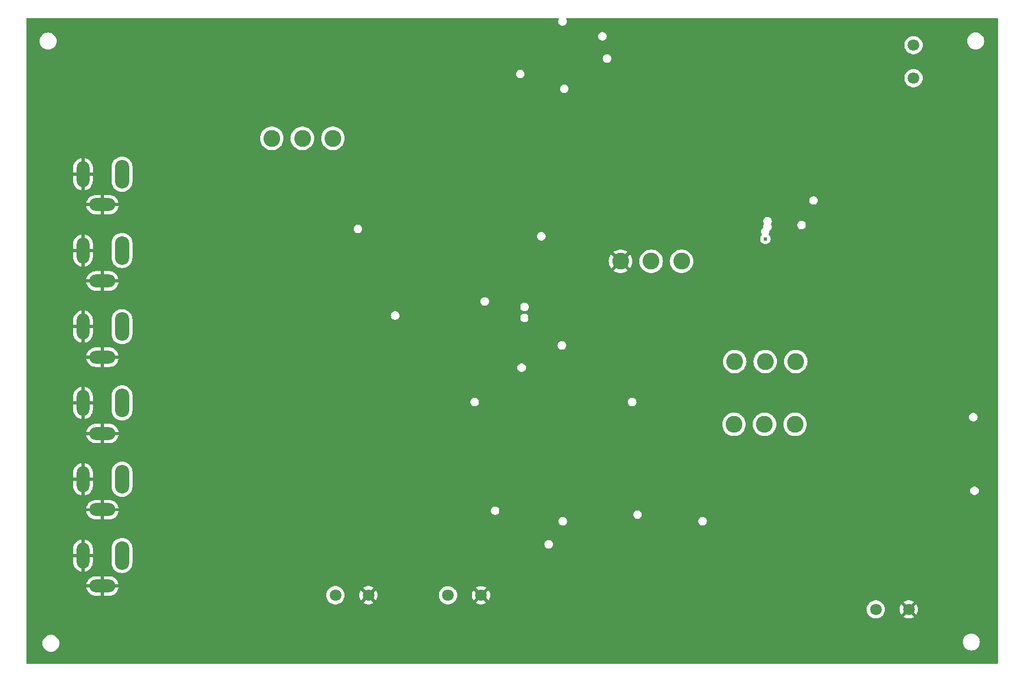
<source format=gbr>
%TF.GenerationSoftware,KiCad,Pcbnew,7.0.6-0*%
%TF.CreationDate,2024-04-17T06:46:49-03:00*%
%TF.ProjectId,Buoy,42756f79-2e6b-4696-9361-645f70636258,rev?*%
%TF.SameCoordinates,Original*%
%TF.FileFunction,Copper,L2,Inr*%
%TF.FilePolarity,Positive*%
%FSLAX46Y46*%
G04 Gerber Fmt 4.6, Leading zero omitted, Abs format (unit mm)*
G04 Created by KiCad (PCBNEW 7.0.6-0) date 2024-04-17 06:46:49*
%MOMM*%
%LPD*%
G01*
G04 APERTURE LIST*
%TA.AperFunction,ComponentPad*%
%ADD10C,2.600000*%
%TD*%
%TA.AperFunction,ComponentPad*%
%ADD11C,1.803400*%
%TD*%
%TA.AperFunction,ComponentPad*%
%ADD12O,2.200000X4.400000*%
%TD*%
%TA.AperFunction,ComponentPad*%
%ADD13O,2.000000X4.000000*%
%TD*%
%TA.AperFunction,ComponentPad*%
%ADD14O,4.000000X2.000000*%
%TD*%
%TA.AperFunction,ViaPad*%
%ADD15C,1.016000*%
%TD*%
%TA.AperFunction,ViaPad*%
%ADD16C,0.609600*%
%TD*%
%TA.AperFunction,ViaPad*%
%ADD17C,0.600000*%
%TD*%
%TA.AperFunction,ViaPad*%
%ADD18C,0.508000*%
%TD*%
G04 APERTURE END LIST*
D10*
%TO.N,/Non-Batman*%
%TO.C,SW4*%
X185440000Y-93180000D03*
%TO.N,/Bat_out*%
X190140000Y-93180000D03*
%TO.N,/Batman*%
X194840000Y-93180000D03*
%TD*%
%TO.N,Net-(SW2-A)*%
%TO.C,SW2*%
X177277500Y-77732500D03*
%TO.N,Net-(J14-Pin_1)*%
X172577500Y-77732500D03*
%TO.N,PGND*%
X167877500Y-77732500D03*
%TD*%
D11*
%TO.N,Net-(J7-Pin_1)*%
%TO.C,J7*%
X124003400Y-129185000D03*
%TO.N,PGND*%
X129083400Y-129185000D03*
%TD*%
D12*
%TO.N,/PV_connection*%
%TO.C,J5*%
X91161750Y-111313500D03*
D13*
%TO.N,PGND*%
X85161750Y-111313500D03*
D14*
X88161750Y-116013500D03*
%TD*%
D12*
%TO.N,/PV_connection*%
%TO.C,J2*%
X91161750Y-76063500D03*
D13*
%TO.N,PGND*%
X85161750Y-76063500D03*
D14*
X88161750Y-80763500D03*
%TD*%
D12*
%TO.N,/PV_connection*%
%TO.C,J1*%
X91161750Y-64313500D03*
D13*
%TO.N,PGND*%
X85161750Y-64313500D03*
D14*
X88161750Y-69013500D03*
%TD*%
D10*
%TO.N,/Non-Batman*%
%TO.C,SW3*%
X185330000Y-102860000D03*
%TO.N,/Bat_in*%
X190030000Y-102860000D03*
%TO.N,/Batman*%
X194730000Y-102860000D03*
%TD*%
D12*
%TO.N,/PV_connection*%
%TO.C,J3*%
X91161750Y-87813500D03*
D13*
%TO.N,PGND*%
X85161750Y-87813500D03*
D14*
X88161750Y-92513500D03*
%TD*%
D11*
%TO.N,Net-(J14-Pin_1)*%
%TO.C,J14*%
X212955000Y-49516600D03*
%TO.N,/Bat_in*%
X212955000Y-44436600D03*
%TD*%
D12*
%TO.N,/PV_connection*%
%TO.C,J4*%
X91161750Y-99563500D03*
D13*
%TO.N,PGND*%
X85161750Y-99563500D03*
D14*
X88161750Y-104263500D03*
%TD*%
D12*
%TO.N,/PV_connection*%
%TO.C,J6*%
X91161750Y-123063500D03*
D13*
%TO.N,PGND*%
X85161750Y-123063500D03*
D14*
X88161750Y-127763500D03*
%TD*%
D11*
%TO.N,/Bat_out*%
%TO.C,J8*%
X207153400Y-131365000D03*
%TO.N,PGND*%
X212233400Y-131365000D03*
%TD*%
D10*
%TO.N,unconnected-(SW1-A-Pad1)*%
%TO.C,SW1*%
X114220000Y-58800000D03*
%TO.N,/V_solar_in*%
X118920000Y-58800000D03*
%TO.N,/V_solar_out*%
X123620000Y-58800000D03*
%TD*%
D11*
%TO.N,/3.4V*%
%TO.C,J11*%
X141322693Y-129185707D03*
%TO.N,PGND*%
X146402693Y-129185707D03*
%TD*%
D15*
%TO.N,PGND*%
X150120000Y-95160000D03*
D16*
X150860000Y-85240000D03*
X157420000Y-115510000D03*
X149980000Y-85230000D03*
D15*
X175106000Y-104410000D03*
D16*
X124667500Y-77660000D03*
D15*
X210100000Y-99050000D03*
X150820000Y-93780000D03*
D17*
X143105000Y-90550000D03*
D15*
X151760000Y-95160000D03*
D16*
X127460000Y-77550000D03*
D15*
X152660000Y-76400000D03*
X104621750Y-91523500D03*
D16*
X149960000Y-85940000D03*
D15*
X200770000Y-122540000D03*
X196290000Y-82750000D03*
D16*
X150860000Y-85950000D03*
D15*
X172502000Y-104410000D03*
D16*
X194017500Y-74875000D03*
D15*
X194630000Y-71360000D03*
X171200000Y-104410000D03*
X118146750Y-86293500D03*
X104581750Y-127093500D03*
X104611750Y-81473500D03*
X195415000Y-122355000D03*
D16*
X157420000Y-117110000D03*
D15*
X209550000Y-103175000D03*
X150890000Y-90550000D03*
X157800000Y-82990000D03*
X198020000Y-122190000D03*
D16*
X132810000Y-111920000D03*
D15*
X207840000Y-116790000D03*
D18*
X137210000Y-97860000D03*
D15*
X157380000Y-92820000D03*
X104461750Y-68713500D03*
X193830000Y-119730000D03*
X104531750Y-104173500D03*
D16*
X138672500Y-89230000D03*
D15*
X104071750Y-115653500D03*
X154095000Y-86297500D03*
X157390000Y-91590000D03*
D16*
X163270000Y-119360000D03*
D15*
X184705000Y-80957500D03*
X198590000Y-61380000D03*
X188720000Y-80580000D03*
X180620000Y-124360000D03*
X176408000Y-104410000D03*
X192060000Y-82460000D03*
X177710000Y-104410000D03*
D16*
X136490000Y-120355000D03*
D15*
X173804000Y-104410000D03*
X188555000Y-69230000D03*
X181900000Y-61640000D03*
D16*
X129220000Y-120192250D03*
X157430000Y-116330000D03*
D15*
X150890000Y-92160000D03*
D16*
X175490000Y-67820000D03*
D15*
X157800000Y-81880000D03*
D16*
X164590000Y-119340000D03*
D15*
X148100000Y-76280000D03*
X150820000Y-89020000D03*
X205980000Y-64160000D03*
D16*
%TO.N,Net-(J10-Pin_5)*%
X190170000Y-74285000D03*
%TD*%
%TA.AperFunction,Conductor*%
%TO.N,PGND*%
G36*
X158342932Y-40270185D02*
G01*
X158388687Y-40322989D01*
X158398631Y-40392147D01*
X158377943Y-40444940D01*
X158357641Y-40474351D01*
X158301415Y-40622603D01*
X158282305Y-40779999D01*
X158301415Y-40937396D01*
X158341893Y-41044126D01*
X158357640Y-41085646D01*
X158447708Y-41216132D01*
X158566387Y-41321272D01*
X158566389Y-41321273D01*
X158566393Y-41321276D01*
X158706776Y-41394955D01*
X158706778Y-41394956D01*
X158860724Y-41432900D01*
X159019276Y-41432900D01*
X159173222Y-41394956D01*
X159256475Y-41351260D01*
X159313606Y-41321276D01*
X159313607Y-41321274D01*
X159313613Y-41321272D01*
X159432292Y-41216132D01*
X159522360Y-41085646D01*
X159578584Y-40937397D01*
X159597695Y-40780000D01*
X159578584Y-40622603D01*
X159522360Y-40474354D01*
X159502057Y-40444940D01*
X159480174Y-40378586D01*
X159497639Y-40310934D01*
X159548907Y-40263464D01*
X159604107Y-40250500D01*
X225825500Y-40250500D01*
X225892539Y-40270185D01*
X225938294Y-40322989D01*
X225949500Y-40374500D01*
X225949500Y-139625500D01*
X225929815Y-139692539D01*
X225877011Y-139738294D01*
X225825500Y-139749500D01*
X76574500Y-139749500D01*
X76507461Y-139729815D01*
X76461706Y-139677011D01*
X76450500Y-139625500D01*
X76450500Y-136590001D01*
X78924532Y-136590001D01*
X78944364Y-136816686D01*
X78944366Y-136816697D01*
X79003258Y-137036488D01*
X79003261Y-137036497D01*
X79099431Y-137242732D01*
X79099432Y-137242734D01*
X79229954Y-137429141D01*
X79390858Y-137590045D01*
X79390861Y-137590047D01*
X79577266Y-137720568D01*
X79783504Y-137816739D01*
X80003308Y-137875635D01*
X80173216Y-137890500D01*
X80286784Y-137890500D01*
X80456692Y-137875635D01*
X80676496Y-137816739D01*
X80882734Y-137720568D01*
X81069139Y-137590047D01*
X81230047Y-137429139D01*
X81360568Y-137242734D01*
X81456739Y-137036496D01*
X81515635Y-136816692D01*
X81535468Y-136590000D01*
X81517970Y-136390001D01*
X220544532Y-136390001D01*
X220564364Y-136616686D01*
X220564366Y-136616697D01*
X220623258Y-136836488D01*
X220623261Y-136836497D01*
X220719431Y-137042732D01*
X220719432Y-137042734D01*
X220849954Y-137229141D01*
X221010858Y-137390045D01*
X221010861Y-137390047D01*
X221197266Y-137520568D01*
X221403504Y-137616739D01*
X221623308Y-137675635D01*
X221793216Y-137690500D01*
X221906784Y-137690500D01*
X222076692Y-137675635D01*
X222296496Y-137616739D01*
X222502734Y-137520568D01*
X222689139Y-137390047D01*
X222850047Y-137229139D01*
X222980568Y-137042734D01*
X223076739Y-136836496D01*
X223135635Y-136616692D01*
X223155468Y-136390000D01*
X223135635Y-136163308D01*
X223076739Y-135943504D01*
X222980568Y-135737266D01*
X222850047Y-135550861D01*
X222850045Y-135550858D01*
X222689141Y-135389954D01*
X222502734Y-135259432D01*
X222502732Y-135259431D01*
X222296497Y-135163261D01*
X222296488Y-135163258D01*
X222076697Y-135104366D01*
X222076687Y-135104364D01*
X221906784Y-135089500D01*
X221793216Y-135089500D01*
X221623312Y-135104364D01*
X221623302Y-135104366D01*
X221403511Y-135163258D01*
X221403502Y-135163261D01*
X221197267Y-135259431D01*
X221197265Y-135259432D01*
X221010858Y-135389954D01*
X220849954Y-135550858D01*
X220719432Y-135737265D01*
X220719431Y-135737267D01*
X220623261Y-135943502D01*
X220623258Y-135943511D01*
X220564366Y-136163302D01*
X220564364Y-136163313D01*
X220544532Y-136389998D01*
X220544532Y-136390001D01*
X81517970Y-136390001D01*
X81515635Y-136363308D01*
X81462047Y-136163313D01*
X81456741Y-136143511D01*
X81456738Y-136143502D01*
X81363480Y-135943511D01*
X81360568Y-135937266D01*
X81230047Y-135750861D01*
X81230045Y-135750858D01*
X81069141Y-135589954D01*
X80882734Y-135459432D01*
X80882732Y-135459431D01*
X80676497Y-135363261D01*
X80676488Y-135363258D01*
X80456697Y-135304366D01*
X80456687Y-135304364D01*
X80286784Y-135289500D01*
X80173216Y-135289500D01*
X80003312Y-135304364D01*
X80003302Y-135304366D01*
X79783511Y-135363258D01*
X79783502Y-135363261D01*
X79577267Y-135459431D01*
X79577265Y-135459432D01*
X79390858Y-135589954D01*
X79229954Y-135750858D01*
X79099432Y-135937265D01*
X79099431Y-135937267D01*
X79003261Y-136143502D01*
X79003258Y-136143511D01*
X78944366Y-136363302D01*
X78944364Y-136363313D01*
X78924532Y-136589998D01*
X78924532Y-136590001D01*
X76450500Y-136590001D01*
X76450500Y-131365005D01*
X205746393Y-131365005D01*
X205765583Y-131596582D01*
X205822629Y-131821854D01*
X205915975Y-132034662D01*
X206000386Y-132163861D01*
X206043075Y-132229201D01*
X206200461Y-132400168D01*
X206200464Y-132400170D01*
X206200467Y-132400173D01*
X206383832Y-132542892D01*
X206383838Y-132542896D01*
X206383841Y-132542898D01*
X206588212Y-132653499D01*
X206808000Y-132728952D01*
X207037210Y-132767200D01*
X207269590Y-132767200D01*
X207498800Y-132728952D01*
X207718588Y-132653499D01*
X207922959Y-132542898D01*
X207923503Y-132542475D01*
X207984538Y-132494969D01*
X208106339Y-132400168D01*
X208263725Y-132229201D01*
X208390825Y-132034661D01*
X208484171Y-131821854D01*
X208541216Y-131596586D01*
X208560406Y-131365005D01*
X210826896Y-131365005D01*
X210846078Y-131596499D01*
X210903104Y-131821691D01*
X210996415Y-132034418D01*
X211080984Y-132163861D01*
X211632677Y-131612168D01*
X211642685Y-131642969D01*
X211730372Y-131781141D01*
X211849666Y-131893165D01*
X211984604Y-131967348D01*
X211433389Y-132518562D01*
X211433390Y-132518563D01*
X211464112Y-132542475D01*
X211464118Y-132542480D01*
X211668407Y-132653035D01*
X211668417Y-132653040D01*
X211888121Y-132728464D01*
X212117253Y-132766700D01*
X212349547Y-132766700D01*
X212578678Y-132728464D01*
X212798382Y-132653040D01*
X212798387Y-132653038D01*
X213002688Y-132542475D01*
X213033408Y-132518563D01*
X213033408Y-132518562D01*
X212479162Y-131964315D01*
X212547912Y-131937095D01*
X212680305Y-131840906D01*
X212784618Y-131714813D01*
X212833303Y-131611350D01*
X213385814Y-132163861D01*
X213470380Y-132034425D01*
X213470385Y-132034417D01*
X213563695Y-131821691D01*
X213620721Y-131596499D01*
X213639904Y-131365005D01*
X213639904Y-131364994D01*
X213620721Y-131133500D01*
X213563695Y-130908308D01*
X213470382Y-130695576D01*
X213385814Y-130566137D01*
X212834121Y-131117829D01*
X212824115Y-131087031D01*
X212736428Y-130948859D01*
X212617134Y-130836835D01*
X212482195Y-130762651D01*
X213033409Y-130211436D01*
X213033409Y-130211435D01*
X213002686Y-130187523D01*
X213002681Y-130187519D01*
X212798392Y-130076964D01*
X212798382Y-130076959D01*
X212578678Y-130001535D01*
X212349547Y-129963300D01*
X212117253Y-129963300D01*
X211888121Y-130001535D01*
X211668417Y-130076959D01*
X211668407Y-130076964D01*
X211464117Y-130187520D01*
X211464106Y-130187527D01*
X211433390Y-130211434D01*
X211433390Y-130211436D01*
X211987638Y-130765684D01*
X211918888Y-130792905D01*
X211786495Y-130889094D01*
X211682182Y-131015187D01*
X211633496Y-131118649D01*
X211080984Y-130566137D01*
X210996416Y-130695578D01*
X210903104Y-130908308D01*
X210846078Y-131133500D01*
X210826896Y-131364994D01*
X210826896Y-131365005D01*
X208560406Y-131365005D01*
X208560406Y-131365000D01*
X208557009Y-131324007D01*
X208541216Y-131133417D01*
X208541216Y-131133414D01*
X208484171Y-130908146D01*
X208390825Y-130695339D01*
X208263725Y-130500799D01*
X208106339Y-130329832D01*
X208106334Y-130329828D01*
X208106332Y-130329826D01*
X207922967Y-130187107D01*
X207922961Y-130187103D01*
X207718588Y-130076501D01*
X207718580Y-130076498D01*
X207498802Y-130001048D01*
X207269590Y-129962800D01*
X207037210Y-129962800D01*
X206807997Y-130001048D01*
X206588219Y-130076498D01*
X206588211Y-130076501D01*
X206383838Y-130187103D01*
X206383832Y-130187107D01*
X206200467Y-130329826D01*
X206200464Y-130329829D01*
X206200461Y-130329831D01*
X206200461Y-130329832D01*
X206170022Y-130362898D01*
X206043076Y-130500797D01*
X206043073Y-130500801D01*
X205915975Y-130695337D01*
X205822629Y-130908145D01*
X205765583Y-131133417D01*
X205746393Y-131364994D01*
X205746393Y-131365005D01*
X76450500Y-131365005D01*
X76450500Y-127513499D01*
X85682726Y-127513499D01*
X85682728Y-127513500D01*
X86728064Y-127513500D01*
X86702257Y-127553656D01*
X86661750Y-127691611D01*
X86661750Y-127835389D01*
X86702257Y-127973344D01*
X86728064Y-128013500D01*
X85682727Y-128013500D01*
X85702666Y-128132992D01*
X85783380Y-128368103D01*
X85783385Y-128368114D01*
X85901692Y-128586728D01*
X85901698Y-128586737D01*
X86054376Y-128782897D01*
X86054385Y-128782907D01*
X86237272Y-128951267D01*
X86237271Y-128951267D01*
X86445382Y-129087232D01*
X86673032Y-129187087D01*
X86914011Y-129248112D01*
X86914019Y-129248114D01*
X87099709Y-129263500D01*
X87911750Y-129263500D01*
X87911750Y-128263500D01*
X88411750Y-128263500D01*
X88411750Y-129263500D01*
X89223791Y-129263500D01*
X89409480Y-129248114D01*
X89409488Y-129248112D01*
X89650467Y-129187087D01*
X89655214Y-129185005D01*
X122596394Y-129185005D01*
X122615583Y-129416582D01*
X122672629Y-129641854D01*
X122765975Y-129854662D01*
X122850386Y-129983861D01*
X122893075Y-130049201D01*
X123050461Y-130220168D01*
X123050464Y-130220170D01*
X123050467Y-130220173D01*
X123233832Y-130362892D01*
X123233838Y-130362896D01*
X123233841Y-130362898D01*
X123438212Y-130473499D01*
X123658000Y-130548952D01*
X123887210Y-130587200D01*
X124119590Y-130587200D01*
X124348800Y-130548952D01*
X124568588Y-130473499D01*
X124772959Y-130362898D01*
X124773503Y-130362475D01*
X124955428Y-130220877D01*
X124956339Y-130220168D01*
X125113725Y-130049201D01*
X125240825Y-129854661D01*
X125334171Y-129641854D01*
X125391216Y-129416586D01*
X125405176Y-129248114D01*
X125410406Y-129185005D01*
X127676896Y-129185005D01*
X127696078Y-129416499D01*
X127753104Y-129641691D01*
X127846415Y-129854418D01*
X127930984Y-129983861D01*
X128482677Y-129432168D01*
X128492685Y-129462969D01*
X128580372Y-129601141D01*
X128699666Y-129713165D01*
X128834604Y-129787348D01*
X128283389Y-130338562D01*
X128283390Y-130338563D01*
X128314112Y-130362475D01*
X128314118Y-130362480D01*
X128518407Y-130473035D01*
X128518417Y-130473040D01*
X128738121Y-130548464D01*
X128967253Y-130586700D01*
X129199547Y-130586700D01*
X129428678Y-130548464D01*
X129648382Y-130473040D01*
X129648387Y-130473038D01*
X129852688Y-130362475D01*
X129883408Y-130338563D01*
X129883408Y-130338562D01*
X129329162Y-129784315D01*
X129397912Y-129757095D01*
X129530305Y-129660906D01*
X129634618Y-129534813D01*
X129683303Y-129431350D01*
X130235814Y-129983861D01*
X130320380Y-129854425D01*
X130320385Y-129854417D01*
X130413695Y-129641691D01*
X130470721Y-129416499D01*
X130489845Y-129185712D01*
X139915687Y-129185712D01*
X139934876Y-129417289D01*
X139991922Y-129642561D01*
X140085268Y-129855369D01*
X140155457Y-129962800D01*
X140212368Y-130049908D01*
X140369754Y-130220875D01*
X140369757Y-130220877D01*
X140369760Y-130220880D01*
X140553125Y-130363599D01*
X140553131Y-130363603D01*
X140553134Y-130363605D01*
X140757505Y-130474206D01*
X140962114Y-130544448D01*
X140975233Y-130548952D01*
X140977293Y-130549659D01*
X141206503Y-130587907D01*
X141438883Y-130587907D01*
X141668093Y-130549659D01*
X141887881Y-130474206D01*
X142092252Y-130363605D01*
X142092796Y-130363182D01*
X142153831Y-130315676D01*
X142275632Y-130220875D01*
X142433018Y-130049908D01*
X142560118Y-129855368D01*
X142653464Y-129642561D01*
X142710509Y-129417293D01*
X142729699Y-129185712D01*
X144996189Y-129185712D01*
X145015371Y-129417206D01*
X145072397Y-129642398D01*
X145165708Y-129855125D01*
X145250277Y-129984568D01*
X145801970Y-129432875D01*
X145811978Y-129463676D01*
X145899665Y-129601848D01*
X146018959Y-129713872D01*
X146153897Y-129788055D01*
X145602682Y-130339269D01*
X145602683Y-130339270D01*
X145633405Y-130363182D01*
X145633411Y-130363187D01*
X145837700Y-130473742D01*
X145837710Y-130473747D01*
X146057414Y-130549171D01*
X146286546Y-130587407D01*
X146518840Y-130587407D01*
X146747971Y-130549171D01*
X146967675Y-130473747D01*
X146967680Y-130473745D01*
X147171981Y-130363182D01*
X147202701Y-130339270D01*
X147202701Y-130339269D01*
X146648455Y-129785022D01*
X146717205Y-129757802D01*
X146849598Y-129661613D01*
X146953911Y-129535520D01*
X147002596Y-129432057D01*
X147555107Y-129984568D01*
X147639673Y-129855132D01*
X147639678Y-129855124D01*
X147732988Y-129642398D01*
X147790014Y-129417206D01*
X147809197Y-129185712D01*
X147809197Y-129185701D01*
X147790014Y-128954207D01*
X147732988Y-128729015D01*
X147639675Y-128516283D01*
X147555107Y-128386844D01*
X147003414Y-128938536D01*
X146993408Y-128907738D01*
X146905721Y-128769566D01*
X146786427Y-128657542D01*
X146651488Y-128583358D01*
X147202702Y-128032143D01*
X147202702Y-128032142D01*
X147171979Y-128008230D01*
X147171974Y-128008226D01*
X146967685Y-127897671D01*
X146967675Y-127897666D01*
X146747971Y-127822242D01*
X146518840Y-127784007D01*
X146286546Y-127784007D01*
X146057414Y-127822242D01*
X145837710Y-127897666D01*
X145837700Y-127897671D01*
X145633410Y-128008227D01*
X145633399Y-128008234D01*
X145602683Y-128032141D01*
X145602683Y-128032143D01*
X146156931Y-128586391D01*
X146088181Y-128613612D01*
X145955788Y-128709801D01*
X145851475Y-128835894D01*
X145802789Y-128939356D01*
X145250277Y-128386844D01*
X145165709Y-128516285D01*
X145072397Y-128729015D01*
X145015371Y-128954207D01*
X144996189Y-129185701D01*
X144996189Y-129185712D01*
X142729699Y-129185712D01*
X142729699Y-129185707D01*
X142729640Y-129185000D01*
X142710509Y-128954124D01*
X142710509Y-128954121D01*
X142653464Y-128728853D01*
X142560118Y-128516046D01*
X142559812Y-128515578D01*
X142463469Y-128368114D01*
X142433018Y-128321506D01*
X142275632Y-128150539D01*
X142275627Y-128150535D01*
X142275625Y-128150533D01*
X142092260Y-128007814D01*
X142092254Y-128007810D01*
X141887881Y-127897208D01*
X141887873Y-127897205D01*
X141668095Y-127821755D01*
X141438883Y-127783507D01*
X141206503Y-127783507D01*
X140977290Y-127821755D01*
X140757512Y-127897205D01*
X140757504Y-127897208D01*
X140553131Y-128007810D01*
X140553125Y-128007814D01*
X140369760Y-128150533D01*
X140369757Y-128150536D01*
X140212369Y-128321504D01*
X140212366Y-128321508D01*
X140085268Y-128516044D01*
X139991922Y-128728852D01*
X139934876Y-128954124D01*
X139915687Y-129185701D01*
X139915687Y-129185712D01*
X130489845Y-129185712D01*
X130489904Y-129185005D01*
X130489904Y-129184994D01*
X130470721Y-128953500D01*
X130413695Y-128728308D01*
X130320382Y-128515576D01*
X130235814Y-128386137D01*
X129684121Y-128937829D01*
X129674115Y-128907031D01*
X129586428Y-128768859D01*
X129467134Y-128656835D01*
X129332195Y-128582651D01*
X129883409Y-128031436D01*
X129883409Y-128031435D01*
X129852686Y-128007523D01*
X129852681Y-128007519D01*
X129648392Y-127896964D01*
X129648382Y-127896959D01*
X129428678Y-127821535D01*
X129199547Y-127783300D01*
X128967253Y-127783300D01*
X128738121Y-127821535D01*
X128518417Y-127896959D01*
X128518407Y-127896964D01*
X128314117Y-128007520D01*
X128314106Y-128007527D01*
X128283390Y-128031434D01*
X128283390Y-128031436D01*
X128837638Y-128585684D01*
X128768888Y-128612905D01*
X128636495Y-128709094D01*
X128532182Y-128835187D01*
X128483496Y-128938649D01*
X127930984Y-128386137D01*
X127846416Y-128515578D01*
X127753104Y-128728308D01*
X127696078Y-128953500D01*
X127676896Y-129184994D01*
X127676896Y-129185005D01*
X125410406Y-129185005D01*
X125410406Y-129184994D01*
X125397612Y-129030609D01*
X125391216Y-128953414D01*
X125334171Y-128728146D01*
X125240825Y-128515339D01*
X125113725Y-128320799D01*
X124956339Y-128149832D01*
X124956334Y-128149828D01*
X124956332Y-128149826D01*
X124772967Y-128007107D01*
X124772961Y-128007103D01*
X124568588Y-127896501D01*
X124568580Y-127896498D01*
X124348802Y-127821048D01*
X124119590Y-127782800D01*
X123887210Y-127782800D01*
X123657997Y-127821048D01*
X123438219Y-127896498D01*
X123438211Y-127896501D01*
X123233838Y-128007103D01*
X123233832Y-128007107D01*
X123050467Y-128149826D01*
X123050464Y-128149829D01*
X122893076Y-128320797D01*
X122893073Y-128320801D01*
X122765975Y-128515337D01*
X122672629Y-128728145D01*
X122615583Y-128953417D01*
X122596394Y-129184994D01*
X122596394Y-129185005D01*
X89655214Y-129185005D01*
X89878117Y-129087232D01*
X90086228Y-128951267D01*
X90269114Y-128782907D01*
X90269123Y-128782897D01*
X90421801Y-128586737D01*
X90421807Y-128586728D01*
X90540114Y-128368114D01*
X90540119Y-128368103D01*
X90620833Y-128132992D01*
X90640773Y-128013500D01*
X89595436Y-128013500D01*
X89621243Y-127973344D01*
X89661750Y-127835389D01*
X89661750Y-127691611D01*
X89621243Y-127553656D01*
X89595436Y-127513500D01*
X90640772Y-127513500D01*
X90640773Y-127513499D01*
X90620833Y-127394007D01*
X90540119Y-127158896D01*
X90540114Y-127158885D01*
X90421807Y-126940271D01*
X90421801Y-126940262D01*
X90269123Y-126744102D01*
X90269114Y-126744092D01*
X90086227Y-126575732D01*
X90086228Y-126575732D01*
X89878117Y-126439767D01*
X89650467Y-126339912D01*
X89409488Y-126278887D01*
X89409480Y-126278885D01*
X89223791Y-126263500D01*
X88411750Y-126263500D01*
X88411750Y-127263500D01*
X87911750Y-127263500D01*
X87911750Y-126263500D01*
X87099709Y-126263500D01*
X86914019Y-126278885D01*
X86914011Y-126278887D01*
X86673032Y-126339912D01*
X86445382Y-126439767D01*
X86237271Y-126575732D01*
X86054385Y-126744092D01*
X86054376Y-126744102D01*
X85901698Y-126940262D01*
X85901692Y-126940271D01*
X85783385Y-127158885D01*
X85783380Y-127158896D01*
X85702666Y-127394007D01*
X85682726Y-127513499D01*
X76450500Y-127513499D01*
X76450500Y-124125541D01*
X83661750Y-124125541D01*
X83677135Y-124311230D01*
X83677137Y-124311238D01*
X83738162Y-124552217D01*
X83838017Y-124779867D01*
X83973982Y-124987978D01*
X84142342Y-125170864D01*
X84142352Y-125170873D01*
X84338512Y-125323551D01*
X84338521Y-125323557D01*
X84557135Y-125441864D01*
X84557146Y-125441869D01*
X84792257Y-125522583D01*
X84911749Y-125542523D01*
X84911750Y-125542522D01*
X84911750Y-124497186D01*
X84951906Y-124522993D01*
X85089861Y-124563500D01*
X85233639Y-124563500D01*
X85371594Y-124522993D01*
X85411750Y-124497186D01*
X85411750Y-125542523D01*
X85531242Y-125522583D01*
X85766353Y-125441869D01*
X85766364Y-125441864D01*
X85984978Y-125323557D01*
X85984987Y-125323551D01*
X86181147Y-125170873D01*
X86181157Y-125170864D01*
X86349517Y-124987978D01*
X86485482Y-124779867D01*
X86585337Y-124552217D01*
X86646362Y-124311238D01*
X86646364Y-124311230D01*
X86653394Y-124226384D01*
X89561250Y-124226384D01*
X89576067Y-124414650D01*
X89634876Y-124659610D01*
X89731283Y-124892359D01*
X89862910Y-125107153D01*
X89862911Y-125107156D01*
X89862914Y-125107159D01*
X90026526Y-125298724D01*
X90174816Y-125425375D01*
X90218093Y-125462338D01*
X90218096Y-125462339D01*
X90432890Y-125593966D01*
X90665638Y-125690373D01*
X90665639Y-125690373D01*
X90910602Y-125749183D01*
X91161750Y-125768949D01*
X91412898Y-125749183D01*
X91657861Y-125690373D01*
X91890609Y-125593966D01*
X92105409Y-125462336D01*
X92296974Y-125298724D01*
X92460586Y-125107159D01*
X92592216Y-124892359D01*
X92688623Y-124659611D01*
X92747433Y-124414648D01*
X92762250Y-124226382D01*
X92762250Y-121900618D01*
X92747433Y-121712352D01*
X92688623Y-121467389D01*
X92631715Y-121330000D01*
X156162305Y-121330000D01*
X156181415Y-121487396D01*
X156237641Y-121635648D01*
X156290584Y-121712349D01*
X156327708Y-121766132D01*
X156446387Y-121871272D01*
X156446389Y-121871273D01*
X156446393Y-121871276D01*
X156586776Y-121944955D01*
X156586778Y-121944956D01*
X156740724Y-121982900D01*
X156899276Y-121982900D01*
X157053222Y-121944956D01*
X157137704Y-121900616D01*
X157193606Y-121871276D01*
X157193607Y-121871274D01*
X157193613Y-121871272D01*
X157312292Y-121766132D01*
X157402360Y-121635646D01*
X157458584Y-121487397D01*
X157477695Y-121330000D01*
X157458584Y-121172603D01*
X157402360Y-121024354D01*
X157312292Y-120893868D01*
X157193613Y-120788728D01*
X157193611Y-120788727D01*
X157193610Y-120788726D01*
X157193606Y-120788723D01*
X157053223Y-120715044D01*
X156899276Y-120677100D01*
X156740724Y-120677100D01*
X156586776Y-120715044D01*
X156446393Y-120788723D01*
X156446389Y-120788726D01*
X156327707Y-120893868D01*
X156237641Y-121024351D01*
X156181415Y-121172603D01*
X156162305Y-121330000D01*
X92631715Y-121330000D01*
X92592216Y-121234641D01*
X92592216Y-121234640D01*
X92460589Y-121019846D01*
X92460588Y-121019843D01*
X92406168Y-120956126D01*
X92296974Y-120828276D01*
X92164396Y-120715044D01*
X92105406Y-120664661D01*
X92105403Y-120664660D01*
X91890609Y-120533033D01*
X91657860Y-120436626D01*
X91412901Y-120377817D01*
X91224537Y-120362992D01*
X91161750Y-120358051D01*
X91161749Y-120358051D01*
X90910598Y-120377817D01*
X90665639Y-120436626D01*
X90432890Y-120533033D01*
X90218096Y-120664660D01*
X90218093Y-120664661D01*
X90026526Y-120828276D01*
X89862911Y-121019843D01*
X89862910Y-121019846D01*
X89731283Y-121234640D01*
X89634876Y-121467389D01*
X89576067Y-121712349D01*
X89561250Y-121900616D01*
X89561250Y-124226384D01*
X86653394Y-124226384D01*
X86661750Y-124125541D01*
X86661750Y-123313500D01*
X85661750Y-123313500D01*
X85661750Y-122813500D01*
X86661749Y-122813500D01*
X86661750Y-122001459D01*
X86646364Y-121815769D01*
X86646362Y-121815761D01*
X86585337Y-121574782D01*
X86485482Y-121347132D01*
X86349517Y-121139021D01*
X86181157Y-120956135D01*
X86181147Y-120956126D01*
X85984987Y-120803448D01*
X85984978Y-120803442D01*
X85766364Y-120685135D01*
X85766353Y-120685130D01*
X85531242Y-120604416D01*
X85411750Y-120584476D01*
X85411750Y-121629813D01*
X85371594Y-121604007D01*
X85233639Y-121563500D01*
X85089861Y-121563500D01*
X84951906Y-121604007D01*
X84911750Y-121629813D01*
X84911750Y-120584476D01*
X84911749Y-120584476D01*
X84792257Y-120604416D01*
X84557146Y-120685130D01*
X84557135Y-120685135D01*
X84338521Y-120803442D01*
X84338512Y-120803448D01*
X84142352Y-120956126D01*
X84142342Y-120956135D01*
X83973982Y-121139021D01*
X83838017Y-121347132D01*
X83738162Y-121574782D01*
X83677137Y-121815761D01*
X83677135Y-121815769D01*
X83661750Y-122001459D01*
X83661750Y-122813500D01*
X84661750Y-122813500D01*
X84661750Y-123313500D01*
X83661750Y-123313500D01*
X83661750Y-124125541D01*
X76450500Y-124125541D01*
X76450500Y-117799999D01*
X158332305Y-117799999D01*
X158351415Y-117957396D01*
X158407641Y-118105648D01*
X158482177Y-118213632D01*
X158497708Y-118236132D01*
X158616387Y-118341272D01*
X158616389Y-118341273D01*
X158616393Y-118341276D01*
X158713908Y-118392456D01*
X158756778Y-118414956D01*
X158910724Y-118452900D01*
X159069276Y-118452900D01*
X159223222Y-118414956D01*
X159306475Y-118371260D01*
X159363606Y-118341276D01*
X159363607Y-118341274D01*
X159363613Y-118341272D01*
X159482292Y-118236132D01*
X159572360Y-118105646D01*
X159628584Y-117957397D01*
X159647695Y-117800000D01*
X159644963Y-117777499D01*
X179836569Y-117777499D01*
X179855679Y-117934896D01*
X179911905Y-118083148D01*
X179927436Y-118105648D01*
X180001972Y-118213632D01*
X180120651Y-118318772D01*
X180120653Y-118318773D01*
X180120657Y-118318776D01*
X180261040Y-118392455D01*
X180261042Y-118392456D01*
X180414988Y-118430400D01*
X180573540Y-118430400D01*
X180727486Y-118392456D01*
X180825006Y-118341273D01*
X180867870Y-118318776D01*
X180867871Y-118318774D01*
X180867877Y-118318772D01*
X180986556Y-118213632D01*
X181076624Y-118083146D01*
X181132848Y-117934897D01*
X181151959Y-117777500D01*
X181132848Y-117620103D01*
X181076624Y-117471854D01*
X180986556Y-117341368D01*
X180867877Y-117236228D01*
X180867875Y-117236227D01*
X180867874Y-117236226D01*
X180867870Y-117236223D01*
X180727487Y-117162544D01*
X180573540Y-117124600D01*
X180414988Y-117124600D01*
X180261040Y-117162544D01*
X180120657Y-117236223D01*
X180120653Y-117236226D01*
X180001971Y-117341368D01*
X179911905Y-117471851D01*
X179855679Y-117620103D01*
X179836569Y-117777499D01*
X159644963Y-117777499D01*
X159628584Y-117642603D01*
X159572360Y-117494354D01*
X159489945Y-117374956D01*
X159482292Y-117363868D01*
X159482291Y-117363867D01*
X159363613Y-117258728D01*
X159363611Y-117258727D01*
X159363610Y-117258726D01*
X159363606Y-117258723D01*
X159223223Y-117185044D01*
X159069276Y-117147100D01*
X158910724Y-117147100D01*
X158756776Y-117185044D01*
X158616393Y-117258723D01*
X158616389Y-117258726D01*
X158497707Y-117363868D01*
X158407641Y-117494351D01*
X158351415Y-117642603D01*
X158332305Y-117799999D01*
X76450500Y-117799999D01*
X76450500Y-115763499D01*
X85682726Y-115763499D01*
X85682728Y-115763500D01*
X86728064Y-115763500D01*
X86702257Y-115803656D01*
X86661750Y-115941611D01*
X86661750Y-116085389D01*
X86702257Y-116223344D01*
X86728064Y-116263500D01*
X85682727Y-116263500D01*
X85702666Y-116382992D01*
X85783380Y-116618103D01*
X85783385Y-116618114D01*
X85901692Y-116836728D01*
X85901698Y-116836737D01*
X86054376Y-117032897D01*
X86054385Y-117032907D01*
X86237272Y-117201267D01*
X86237271Y-117201267D01*
X86445382Y-117337232D01*
X86673032Y-117437087D01*
X86914011Y-117498112D01*
X86914019Y-117498114D01*
X87099709Y-117513500D01*
X87911750Y-117513500D01*
X87911750Y-116513500D01*
X88411750Y-116513500D01*
X88411750Y-117513500D01*
X89223791Y-117513500D01*
X89409480Y-117498114D01*
X89409488Y-117498112D01*
X89650467Y-117437087D01*
X89878117Y-117337232D01*
X90086228Y-117201267D01*
X90269114Y-117032907D01*
X90269123Y-117032897D01*
X90421801Y-116836737D01*
X90421807Y-116836728D01*
X90540114Y-116618114D01*
X90540119Y-116618103D01*
X90620833Y-116382992D01*
X90640773Y-116263500D01*
X89595436Y-116263500D01*
X89621243Y-116223344D01*
X89639843Y-116159999D01*
X147911305Y-116159999D01*
X147930415Y-116317396D01*
X147932870Y-116323868D01*
X147982357Y-116454354D01*
X147986641Y-116465648D01*
X148019671Y-116513500D01*
X148076708Y-116596132D01*
X148195387Y-116701272D01*
X148195389Y-116701273D01*
X148195393Y-116701276D01*
X148307280Y-116759999D01*
X148335778Y-116774956D01*
X148489724Y-116812900D01*
X148648276Y-116812900D01*
X148802222Y-116774956D01*
X148830719Y-116759999D01*
X169832305Y-116759999D01*
X169851415Y-116917396D01*
X169907641Y-117065648D01*
X169997707Y-117196131D01*
X169997708Y-117196132D01*
X170116387Y-117301272D01*
X170116389Y-117301273D01*
X170116393Y-117301276D01*
X170192782Y-117341368D01*
X170256778Y-117374956D01*
X170410724Y-117412900D01*
X170569276Y-117412900D01*
X170723222Y-117374956D01*
X170806475Y-117331260D01*
X170863606Y-117301276D01*
X170863607Y-117301274D01*
X170863613Y-117301272D01*
X170982292Y-117196132D01*
X171072360Y-117065646D01*
X171128584Y-116917397D01*
X171147695Y-116760000D01*
X171128584Y-116602603D01*
X171072360Y-116454354D01*
X170982292Y-116323868D01*
X170863613Y-116218728D01*
X170863611Y-116218727D01*
X170863610Y-116218726D01*
X170863606Y-116218723D01*
X170723223Y-116145044D01*
X170569276Y-116107100D01*
X170410724Y-116107100D01*
X170256776Y-116145044D01*
X170116393Y-116218723D01*
X170116389Y-116218726D01*
X169997707Y-116323868D01*
X169907641Y-116454351D01*
X169851415Y-116602603D01*
X169832305Y-116759999D01*
X148830719Y-116759999D01*
X148885475Y-116731260D01*
X148942606Y-116701276D01*
X148942607Y-116701274D01*
X148942613Y-116701272D01*
X149061292Y-116596132D01*
X149151360Y-116465646D01*
X149207584Y-116317397D01*
X149226695Y-116160000D01*
X149207584Y-116002603D01*
X149151360Y-115854354D01*
X149061292Y-115723868D01*
X148942613Y-115618728D01*
X148942611Y-115618727D01*
X148942610Y-115618726D01*
X148942606Y-115618723D01*
X148802223Y-115545044D01*
X148648276Y-115507100D01*
X148489724Y-115507100D01*
X148335776Y-115545044D01*
X148195393Y-115618723D01*
X148195389Y-115618726D01*
X148076707Y-115723868D01*
X147986641Y-115854351D01*
X147930415Y-116002603D01*
X147911305Y-116159999D01*
X89639843Y-116159999D01*
X89661750Y-116085389D01*
X89661750Y-115941611D01*
X89621243Y-115803656D01*
X89595436Y-115763500D01*
X90640772Y-115763500D01*
X90640773Y-115763499D01*
X90620833Y-115644007D01*
X90540119Y-115408896D01*
X90540114Y-115408885D01*
X90421807Y-115190271D01*
X90421801Y-115190262D01*
X90269123Y-114994102D01*
X90269114Y-114994092D01*
X90086227Y-114825732D01*
X90086228Y-114825732D01*
X89878117Y-114689767D01*
X89650467Y-114589912D01*
X89409488Y-114528887D01*
X89409480Y-114528885D01*
X89223791Y-114513500D01*
X88411750Y-114513500D01*
X88411750Y-115513500D01*
X87911750Y-115513500D01*
X87911750Y-114513500D01*
X87099709Y-114513500D01*
X86914019Y-114528885D01*
X86914011Y-114528887D01*
X86673032Y-114589912D01*
X86445382Y-114689767D01*
X86237271Y-114825732D01*
X86054385Y-114994092D01*
X86054376Y-114994102D01*
X85901698Y-115190262D01*
X85901692Y-115190271D01*
X85783385Y-115408885D01*
X85783380Y-115408896D01*
X85702666Y-115644007D01*
X85682726Y-115763499D01*
X76450500Y-115763499D01*
X76450500Y-112375541D01*
X83661750Y-112375541D01*
X83677135Y-112561230D01*
X83677137Y-112561238D01*
X83738162Y-112802217D01*
X83838017Y-113029867D01*
X83973982Y-113237978D01*
X84142342Y-113420864D01*
X84142352Y-113420873D01*
X84338512Y-113573551D01*
X84338521Y-113573557D01*
X84557135Y-113691864D01*
X84557146Y-113691869D01*
X84792257Y-113772583D01*
X84911749Y-113792523D01*
X84911750Y-113792522D01*
X84911750Y-112747186D01*
X84951906Y-112772993D01*
X85089861Y-112813500D01*
X85233639Y-112813500D01*
X85371594Y-112772993D01*
X85411750Y-112747186D01*
X85411750Y-113792523D01*
X85531242Y-113772583D01*
X85766353Y-113691869D01*
X85766364Y-113691864D01*
X85984978Y-113573557D01*
X85984987Y-113573551D01*
X86181147Y-113420873D01*
X86181157Y-113420864D01*
X86349517Y-113237978D01*
X86485482Y-113029867D01*
X86585337Y-112802217D01*
X86646362Y-112561238D01*
X86646364Y-112561230D01*
X86653394Y-112476384D01*
X89561250Y-112476384D01*
X89576067Y-112664650D01*
X89634876Y-112909610D01*
X89731283Y-113142359D01*
X89862910Y-113357153D01*
X89862911Y-113357156D01*
X89862914Y-113357159D01*
X90026526Y-113548724D01*
X90123182Y-113631276D01*
X90218093Y-113712338D01*
X90218096Y-113712339D01*
X90432890Y-113843966D01*
X90665638Y-113940373D01*
X90665639Y-113940373D01*
X90910602Y-113999183D01*
X91161750Y-114018949D01*
X91412898Y-113999183D01*
X91657861Y-113940373D01*
X91890609Y-113843966D01*
X92105409Y-113712336D01*
X92296974Y-113548724D01*
X92460586Y-113357159D01*
X92592216Y-113142359D01*
X92613904Y-113090000D01*
X221682305Y-113090000D01*
X221701415Y-113247396D01*
X221757641Y-113395648D01*
X221775053Y-113420873D01*
X221847708Y-113526132D01*
X221966387Y-113631272D01*
X221966389Y-113631273D01*
X221966393Y-113631276D01*
X222081843Y-113691869D01*
X222106778Y-113704956D01*
X222260724Y-113742900D01*
X222419276Y-113742900D01*
X222573222Y-113704956D01*
X222656475Y-113661260D01*
X222713606Y-113631276D01*
X222713607Y-113631274D01*
X222713613Y-113631272D01*
X222832292Y-113526132D01*
X222922360Y-113395646D01*
X222978584Y-113247397D01*
X222997695Y-113090000D01*
X222978584Y-112932603D01*
X222922360Y-112784354D01*
X222832292Y-112653868D01*
X222713613Y-112548728D01*
X222713611Y-112548727D01*
X222713610Y-112548726D01*
X222713606Y-112548723D01*
X222573223Y-112475044D01*
X222419276Y-112437100D01*
X222260724Y-112437100D01*
X222106776Y-112475044D01*
X221966393Y-112548723D01*
X221966389Y-112548726D01*
X221847707Y-112653868D01*
X221757641Y-112784351D01*
X221701415Y-112932603D01*
X221682305Y-113090000D01*
X92613904Y-113090000D01*
X92688623Y-112909611D01*
X92747433Y-112664648D01*
X92762250Y-112476382D01*
X92762250Y-110150618D01*
X92747433Y-109962352D01*
X92688623Y-109717389D01*
X92592216Y-109484641D01*
X92592216Y-109484640D01*
X92460589Y-109269846D01*
X92460588Y-109269843D01*
X92406168Y-109206126D01*
X92296974Y-109078276D01*
X92170321Y-108970104D01*
X92105406Y-108914661D01*
X92105403Y-108914660D01*
X91890609Y-108783033D01*
X91657860Y-108686626D01*
X91412901Y-108627817D01*
X91224537Y-108612992D01*
X91161750Y-108608051D01*
X91161749Y-108608051D01*
X90910598Y-108627817D01*
X90665639Y-108686626D01*
X90432890Y-108783033D01*
X90218096Y-108914660D01*
X90218093Y-108914661D01*
X90026526Y-109078276D01*
X89862911Y-109269843D01*
X89862910Y-109269846D01*
X89731283Y-109484640D01*
X89634876Y-109717389D01*
X89576067Y-109962349D01*
X89561250Y-110150616D01*
X89561250Y-112476384D01*
X86653394Y-112476384D01*
X86661750Y-112375541D01*
X86661750Y-111563500D01*
X85661750Y-111563500D01*
X85661750Y-111063500D01*
X86661749Y-111063500D01*
X86661750Y-110251459D01*
X86646364Y-110065769D01*
X86646362Y-110065761D01*
X86585337Y-109824782D01*
X86485482Y-109597132D01*
X86349517Y-109389021D01*
X86181157Y-109206135D01*
X86181147Y-109206126D01*
X85984987Y-109053448D01*
X85984978Y-109053442D01*
X85766364Y-108935135D01*
X85766353Y-108935130D01*
X85531242Y-108854416D01*
X85411750Y-108834476D01*
X85411750Y-109879813D01*
X85371594Y-109854007D01*
X85233639Y-109813500D01*
X85089861Y-109813500D01*
X84951906Y-109854007D01*
X84911750Y-109879813D01*
X84911750Y-108834476D01*
X84911749Y-108834476D01*
X84792257Y-108854416D01*
X84557146Y-108935130D01*
X84557135Y-108935135D01*
X84338521Y-109053442D01*
X84338512Y-109053448D01*
X84142352Y-109206126D01*
X84142342Y-109206135D01*
X83973982Y-109389021D01*
X83838017Y-109597132D01*
X83738162Y-109824782D01*
X83677137Y-110065761D01*
X83677135Y-110065769D01*
X83661750Y-110251459D01*
X83661750Y-111063500D01*
X84661750Y-111063500D01*
X84661750Y-111563500D01*
X83661750Y-111563500D01*
X83661750Y-112375541D01*
X76450500Y-112375541D01*
X76450500Y-104013499D01*
X85682726Y-104013499D01*
X85682728Y-104013500D01*
X86728064Y-104013500D01*
X86702257Y-104053656D01*
X86661750Y-104191611D01*
X86661750Y-104335389D01*
X86702257Y-104473344D01*
X86728064Y-104513500D01*
X85682727Y-104513500D01*
X85702666Y-104632992D01*
X85783380Y-104868103D01*
X85783385Y-104868114D01*
X85901692Y-105086728D01*
X85901698Y-105086737D01*
X86054376Y-105282897D01*
X86054385Y-105282907D01*
X86237272Y-105451267D01*
X86237271Y-105451267D01*
X86445382Y-105587232D01*
X86673032Y-105687087D01*
X86914011Y-105748112D01*
X86914019Y-105748114D01*
X87099709Y-105763500D01*
X87911750Y-105763500D01*
X87911750Y-104763500D01*
X88411750Y-104763500D01*
X88411750Y-105763500D01*
X89223791Y-105763500D01*
X89409480Y-105748114D01*
X89409488Y-105748112D01*
X89650467Y-105687087D01*
X89878117Y-105587232D01*
X90086228Y-105451267D01*
X90269114Y-105282907D01*
X90269123Y-105282897D01*
X90421801Y-105086737D01*
X90421807Y-105086728D01*
X90540114Y-104868114D01*
X90540119Y-104868103D01*
X90620833Y-104632992D01*
X90640773Y-104513500D01*
X89595436Y-104513500D01*
X89621243Y-104473344D01*
X89661750Y-104335389D01*
X89661750Y-104191611D01*
X89621243Y-104053656D01*
X89595436Y-104013500D01*
X90640772Y-104013500D01*
X90640773Y-104013499D01*
X90620833Y-103894007D01*
X90540119Y-103658896D01*
X90540114Y-103658885D01*
X90421807Y-103440271D01*
X90421801Y-103440262D01*
X90269123Y-103244102D01*
X90269114Y-103244092D01*
X90086227Y-103075732D01*
X90086228Y-103075732D01*
X89878117Y-102939767D01*
X89696273Y-102860004D01*
X183524451Y-102860004D01*
X183544616Y-103129101D01*
X183604664Y-103392188D01*
X183604666Y-103392195D01*
X183703257Y-103643398D01*
X183838185Y-103877102D01*
X183946959Y-104013500D01*
X184006442Y-104088089D01*
X184193183Y-104261358D01*
X184204259Y-104271635D01*
X184427226Y-104423651D01*
X184670359Y-104540738D01*
X184928228Y-104620280D01*
X184928229Y-104620280D01*
X184928232Y-104620281D01*
X185195063Y-104660499D01*
X185195068Y-104660499D01*
X185195071Y-104660500D01*
X185195072Y-104660500D01*
X185464928Y-104660500D01*
X185464929Y-104660500D01*
X185464936Y-104660499D01*
X185731767Y-104620281D01*
X185731768Y-104620280D01*
X185731772Y-104620280D01*
X185989641Y-104540738D01*
X186232775Y-104423651D01*
X186455741Y-104271635D01*
X186653561Y-104088085D01*
X186821815Y-103877102D01*
X186956743Y-103643398D01*
X187055334Y-103392195D01*
X187115383Y-103129103D01*
X187122104Y-103039401D01*
X187135549Y-102860004D01*
X188224451Y-102860004D01*
X188244616Y-103129101D01*
X188304664Y-103392188D01*
X188304666Y-103392195D01*
X188403257Y-103643398D01*
X188538185Y-103877102D01*
X188646959Y-104013500D01*
X188706442Y-104088089D01*
X188893183Y-104261358D01*
X188904259Y-104271635D01*
X189127226Y-104423651D01*
X189370359Y-104540738D01*
X189628228Y-104620280D01*
X189628229Y-104620280D01*
X189628232Y-104620281D01*
X189895063Y-104660499D01*
X189895068Y-104660499D01*
X189895071Y-104660500D01*
X189895072Y-104660500D01*
X190164928Y-104660500D01*
X190164929Y-104660500D01*
X190164936Y-104660499D01*
X190431767Y-104620281D01*
X190431768Y-104620280D01*
X190431772Y-104620280D01*
X190689641Y-104540738D01*
X190932775Y-104423651D01*
X191155741Y-104271635D01*
X191353561Y-104088085D01*
X191521815Y-103877102D01*
X191656743Y-103643398D01*
X191755334Y-103392195D01*
X191815383Y-103129103D01*
X191822104Y-103039401D01*
X191835549Y-102860004D01*
X192924451Y-102860004D01*
X192944616Y-103129101D01*
X193004664Y-103392188D01*
X193004666Y-103392195D01*
X193103257Y-103643398D01*
X193238185Y-103877102D01*
X193346959Y-104013500D01*
X193406442Y-104088089D01*
X193593183Y-104261358D01*
X193604259Y-104271635D01*
X193827226Y-104423651D01*
X194070359Y-104540738D01*
X194328228Y-104620280D01*
X194328229Y-104620280D01*
X194328232Y-104620281D01*
X194595063Y-104660499D01*
X194595068Y-104660499D01*
X194595071Y-104660500D01*
X194595072Y-104660500D01*
X194864928Y-104660500D01*
X194864929Y-104660500D01*
X194864936Y-104660499D01*
X195131767Y-104620281D01*
X195131768Y-104620280D01*
X195131772Y-104620280D01*
X195389641Y-104540738D01*
X195632775Y-104423651D01*
X195855741Y-104271635D01*
X196053561Y-104088085D01*
X196221815Y-103877102D01*
X196356743Y-103643398D01*
X196455334Y-103392195D01*
X196515383Y-103129103D01*
X196522104Y-103039402D01*
X196535549Y-102860004D01*
X196535549Y-102859995D01*
X196515383Y-102590898D01*
X196515383Y-102590897D01*
X196455334Y-102327805D01*
X196356743Y-102076602D01*
X196221815Y-101842898D01*
X196139756Y-101740000D01*
X221502305Y-101740000D01*
X221521415Y-101897396D01*
X221561893Y-102004126D01*
X221577640Y-102045646D01*
X221667708Y-102176132D01*
X221786387Y-102281272D01*
X221786389Y-102281273D01*
X221786393Y-102281276D01*
X221875058Y-102327811D01*
X221926778Y-102354956D01*
X222080724Y-102392900D01*
X222239276Y-102392900D01*
X222393222Y-102354956D01*
X222476475Y-102311260D01*
X222533606Y-102281276D01*
X222533607Y-102281274D01*
X222533613Y-102281272D01*
X222652292Y-102176132D01*
X222742360Y-102045646D01*
X222798584Y-101897397D01*
X222817695Y-101740000D01*
X222798584Y-101582603D01*
X222742360Y-101434354D01*
X222652292Y-101303868D01*
X222533613Y-101198728D01*
X222533611Y-101198727D01*
X222533610Y-101198726D01*
X222533606Y-101198723D01*
X222393223Y-101125044D01*
X222239276Y-101087100D01*
X222080724Y-101087100D01*
X221926776Y-101125044D01*
X221786393Y-101198723D01*
X221786389Y-101198726D01*
X221667707Y-101303868D01*
X221577641Y-101434351D01*
X221521415Y-101582603D01*
X221502305Y-101740000D01*
X196139756Y-101740000D01*
X196053561Y-101631915D01*
X196053560Y-101631914D01*
X196053557Y-101631910D01*
X195855741Y-101448365D01*
X195773595Y-101392359D01*
X195632775Y-101296349D01*
X195632769Y-101296346D01*
X195632768Y-101296345D01*
X195632767Y-101296344D01*
X195389643Y-101179263D01*
X195389645Y-101179263D01*
X195131773Y-101099720D01*
X195131767Y-101099718D01*
X194864936Y-101059500D01*
X194864929Y-101059500D01*
X194595071Y-101059500D01*
X194595063Y-101059500D01*
X194328232Y-101099718D01*
X194328226Y-101099720D01*
X194070358Y-101179262D01*
X193827230Y-101296346D01*
X193604258Y-101448365D01*
X193406442Y-101631910D01*
X193238185Y-101842898D01*
X193103258Y-102076599D01*
X193103256Y-102076603D01*
X193004666Y-102327804D01*
X193004664Y-102327811D01*
X192944616Y-102590898D01*
X192924451Y-102859995D01*
X192924451Y-102860004D01*
X191835549Y-102860004D01*
X191835549Y-102859995D01*
X191815383Y-102590898D01*
X191815383Y-102590897D01*
X191755334Y-102327805D01*
X191656743Y-102076602D01*
X191521815Y-101842898D01*
X191353561Y-101631915D01*
X191353560Y-101631914D01*
X191353557Y-101631910D01*
X191155741Y-101448365D01*
X191073595Y-101392359D01*
X190932775Y-101296349D01*
X190932769Y-101296346D01*
X190932768Y-101296345D01*
X190932767Y-101296344D01*
X190689643Y-101179263D01*
X190689645Y-101179263D01*
X190431773Y-101099720D01*
X190431767Y-101099718D01*
X190164936Y-101059500D01*
X190164929Y-101059500D01*
X189895071Y-101059500D01*
X189895063Y-101059500D01*
X189628232Y-101099718D01*
X189628226Y-101099720D01*
X189370358Y-101179262D01*
X189127230Y-101296346D01*
X188904258Y-101448365D01*
X188706442Y-101631910D01*
X188538185Y-101842898D01*
X188403258Y-102076599D01*
X188403256Y-102076603D01*
X188304666Y-102327804D01*
X188304664Y-102327811D01*
X188244616Y-102590898D01*
X188224451Y-102859995D01*
X188224451Y-102860004D01*
X187135549Y-102860004D01*
X187135549Y-102859995D01*
X187115383Y-102590898D01*
X187115383Y-102590897D01*
X187055334Y-102327805D01*
X186956743Y-102076602D01*
X186821815Y-101842898D01*
X186653561Y-101631915D01*
X186653560Y-101631914D01*
X186653557Y-101631910D01*
X186455741Y-101448365D01*
X186373595Y-101392359D01*
X186232775Y-101296349D01*
X186232769Y-101296346D01*
X186232768Y-101296345D01*
X186232767Y-101296344D01*
X185989643Y-101179263D01*
X185989645Y-101179263D01*
X185731773Y-101099720D01*
X185731767Y-101099718D01*
X185464936Y-101059500D01*
X185464929Y-101059500D01*
X185195071Y-101059500D01*
X185195063Y-101059500D01*
X184928232Y-101099718D01*
X184928226Y-101099720D01*
X184670358Y-101179262D01*
X184427230Y-101296346D01*
X184204258Y-101448365D01*
X184006442Y-101631910D01*
X183838185Y-101842898D01*
X183703258Y-102076599D01*
X183703256Y-102076603D01*
X183604666Y-102327804D01*
X183604664Y-102327811D01*
X183544616Y-102590898D01*
X183524451Y-102859995D01*
X183524451Y-102860004D01*
X89696273Y-102860004D01*
X89650467Y-102839912D01*
X89409488Y-102778887D01*
X89409480Y-102778885D01*
X89223791Y-102763500D01*
X88411750Y-102763500D01*
X88411750Y-103763500D01*
X87911750Y-103763500D01*
X87911750Y-102763500D01*
X87099709Y-102763500D01*
X86914019Y-102778885D01*
X86914011Y-102778887D01*
X86673032Y-102839912D01*
X86445382Y-102939767D01*
X86237271Y-103075732D01*
X86054385Y-103244092D01*
X86054376Y-103244102D01*
X85901698Y-103440262D01*
X85901692Y-103440271D01*
X85783385Y-103658885D01*
X85783380Y-103658896D01*
X85702666Y-103894007D01*
X85682726Y-104013499D01*
X76450500Y-104013499D01*
X76450500Y-100625541D01*
X83661750Y-100625541D01*
X83677135Y-100811230D01*
X83677137Y-100811238D01*
X83738162Y-101052217D01*
X83838017Y-101279867D01*
X83973982Y-101487978D01*
X84142342Y-101670864D01*
X84142352Y-101670873D01*
X84338512Y-101823551D01*
X84338521Y-101823557D01*
X84557135Y-101941864D01*
X84557146Y-101941869D01*
X84792257Y-102022583D01*
X84911749Y-102042523D01*
X84911750Y-102042522D01*
X84911750Y-100997186D01*
X84951906Y-101022993D01*
X85089861Y-101063500D01*
X85233639Y-101063500D01*
X85371594Y-101022993D01*
X85411750Y-100997186D01*
X85411750Y-102042523D01*
X85531242Y-102022583D01*
X85766353Y-101941869D01*
X85766364Y-101941864D01*
X85984978Y-101823557D01*
X85984987Y-101823551D01*
X86181147Y-101670873D01*
X86181157Y-101670864D01*
X86349517Y-101487978D01*
X86485482Y-101279867D01*
X86585337Y-101052217D01*
X86646362Y-100811238D01*
X86646364Y-100811230D01*
X86653394Y-100726384D01*
X89561250Y-100726384D01*
X89576067Y-100914650D01*
X89634876Y-101159610D01*
X89731283Y-101392359D01*
X89862910Y-101607153D01*
X89862911Y-101607156D01*
X89917323Y-101670864D01*
X90026526Y-101798724D01*
X90142056Y-101897396D01*
X90218093Y-101962338D01*
X90218096Y-101962339D01*
X90432890Y-102093966D01*
X90631258Y-102176132D01*
X90665639Y-102190373D01*
X90910602Y-102249183D01*
X91161750Y-102268949D01*
X91412898Y-102249183D01*
X91657861Y-102190373D01*
X91890609Y-102093966D01*
X92105409Y-101962336D01*
X92296974Y-101798724D01*
X92460586Y-101607159D01*
X92592216Y-101392359D01*
X92688623Y-101159611D01*
X92747433Y-100914648D01*
X92762250Y-100726382D01*
X92762250Y-99430000D01*
X144772305Y-99430000D01*
X144791415Y-99587396D01*
X144847641Y-99735648D01*
X144937707Y-99866131D01*
X144937708Y-99866132D01*
X145056387Y-99971272D01*
X145056389Y-99971273D01*
X145056393Y-99971276D01*
X145196776Y-100044955D01*
X145196778Y-100044956D01*
X145350724Y-100082900D01*
X145509276Y-100082900D01*
X145663222Y-100044956D01*
X145746475Y-100001260D01*
X145803606Y-99971276D01*
X145803607Y-99971274D01*
X145803613Y-99971272D01*
X145922292Y-99866132D01*
X146012360Y-99735646D01*
X146068584Y-99587397D01*
X146087695Y-99430000D01*
X169002305Y-99430000D01*
X169021415Y-99587396D01*
X169077641Y-99735648D01*
X169167707Y-99866131D01*
X169167708Y-99866132D01*
X169286387Y-99971272D01*
X169286389Y-99971273D01*
X169286393Y-99971276D01*
X169426776Y-100044955D01*
X169426778Y-100044956D01*
X169580724Y-100082900D01*
X169739276Y-100082900D01*
X169893222Y-100044956D01*
X169976475Y-100001260D01*
X170033606Y-99971276D01*
X170033607Y-99971274D01*
X170033613Y-99971272D01*
X170152292Y-99866132D01*
X170242360Y-99735646D01*
X170298584Y-99587397D01*
X170317695Y-99430000D01*
X170298584Y-99272603D01*
X170242360Y-99124354D01*
X170152292Y-98993868D01*
X170033613Y-98888728D01*
X170033611Y-98888727D01*
X170033610Y-98888726D01*
X170033606Y-98888723D01*
X169893223Y-98815044D01*
X169739276Y-98777100D01*
X169580724Y-98777100D01*
X169426776Y-98815044D01*
X169286393Y-98888723D01*
X169286389Y-98888726D01*
X169167707Y-98993868D01*
X169077641Y-99124351D01*
X169021415Y-99272603D01*
X169002305Y-99430000D01*
X146087695Y-99430000D01*
X146068584Y-99272603D01*
X146012360Y-99124354D01*
X145922292Y-98993868D01*
X145803613Y-98888728D01*
X145803611Y-98888727D01*
X145803610Y-98888726D01*
X145803606Y-98888723D01*
X145663223Y-98815044D01*
X145509276Y-98777100D01*
X145350724Y-98777100D01*
X145196776Y-98815044D01*
X145056393Y-98888723D01*
X145056389Y-98888726D01*
X144937707Y-98993868D01*
X144847641Y-99124351D01*
X144791415Y-99272603D01*
X144772305Y-99430000D01*
X92762250Y-99430000D01*
X92762250Y-98400618D01*
X92747433Y-98212352D01*
X92688623Y-97967389D01*
X92592216Y-97734641D01*
X92592216Y-97734640D01*
X92460589Y-97519846D01*
X92460588Y-97519843D01*
X92406168Y-97456126D01*
X92296974Y-97328276D01*
X92170321Y-97220104D01*
X92105406Y-97164661D01*
X92105403Y-97164660D01*
X91890609Y-97033033D01*
X91657860Y-96936626D01*
X91412901Y-96877817D01*
X91224537Y-96862992D01*
X91161750Y-96858051D01*
X91161749Y-96858051D01*
X90910598Y-96877817D01*
X90665639Y-96936626D01*
X90432890Y-97033033D01*
X90218096Y-97164660D01*
X90218093Y-97164661D01*
X90026526Y-97328276D01*
X89862911Y-97519843D01*
X89862910Y-97519846D01*
X89731283Y-97734640D01*
X89634876Y-97967389D01*
X89576067Y-98212349D01*
X89561250Y-98400616D01*
X89561250Y-100726384D01*
X86653394Y-100726384D01*
X86661750Y-100625541D01*
X86661750Y-99813500D01*
X85661750Y-99813500D01*
X85661750Y-99313500D01*
X86661749Y-99313500D01*
X86661750Y-98501459D01*
X86646364Y-98315769D01*
X86646362Y-98315761D01*
X86585337Y-98074782D01*
X86485482Y-97847132D01*
X86349517Y-97639021D01*
X86181157Y-97456135D01*
X86181147Y-97456126D01*
X85984987Y-97303448D01*
X85984978Y-97303442D01*
X85766364Y-97185135D01*
X85766353Y-97185130D01*
X85531242Y-97104416D01*
X85411750Y-97084476D01*
X85411750Y-98129813D01*
X85371594Y-98104007D01*
X85233639Y-98063500D01*
X85089861Y-98063500D01*
X84951906Y-98104007D01*
X84911750Y-98129813D01*
X84911750Y-97084476D01*
X84911749Y-97084476D01*
X84792257Y-97104416D01*
X84557146Y-97185130D01*
X84557135Y-97185135D01*
X84338521Y-97303442D01*
X84338512Y-97303448D01*
X84142352Y-97456126D01*
X84142342Y-97456135D01*
X83973982Y-97639021D01*
X83838017Y-97847132D01*
X83738162Y-98074782D01*
X83677137Y-98315761D01*
X83677135Y-98315769D01*
X83661750Y-98501459D01*
X83661750Y-99313500D01*
X84661750Y-99313500D01*
X84661750Y-99813500D01*
X83661750Y-99813500D01*
X83661750Y-100625541D01*
X76450500Y-100625541D01*
X76450500Y-94134999D01*
X151997305Y-94134999D01*
X152016415Y-94292396D01*
X152056893Y-94399126D01*
X152072640Y-94440646D01*
X152162708Y-94571132D01*
X152281387Y-94676272D01*
X152281389Y-94676273D01*
X152281393Y-94676276D01*
X152421776Y-94749955D01*
X152421778Y-94749956D01*
X152575724Y-94787900D01*
X152734276Y-94787900D01*
X152888222Y-94749956D01*
X152971475Y-94706260D01*
X153028606Y-94676276D01*
X153028607Y-94676274D01*
X153028613Y-94676272D01*
X153147292Y-94571132D01*
X153237360Y-94440646D01*
X153293584Y-94292397D01*
X153312695Y-94135000D01*
X153293584Y-93977603D01*
X153237360Y-93829354D01*
X153147292Y-93698868D01*
X153028613Y-93593728D01*
X153028611Y-93593727D01*
X153028610Y-93593726D01*
X153028606Y-93593723D01*
X152888223Y-93520044D01*
X152734276Y-93482100D01*
X152575724Y-93482100D01*
X152421776Y-93520044D01*
X152281393Y-93593723D01*
X152281389Y-93593726D01*
X152162707Y-93698868D01*
X152072641Y-93829351D01*
X152016415Y-93977603D01*
X151997305Y-94134999D01*
X76450500Y-94134999D01*
X76450500Y-92263499D01*
X85682726Y-92263499D01*
X85682728Y-92263500D01*
X86728064Y-92263500D01*
X86702257Y-92303656D01*
X86661750Y-92441611D01*
X86661750Y-92585389D01*
X86702257Y-92723344D01*
X86728064Y-92763500D01*
X85682727Y-92763500D01*
X85702666Y-92882992D01*
X85783380Y-93118103D01*
X85783385Y-93118114D01*
X85901692Y-93336728D01*
X85901698Y-93336737D01*
X86054376Y-93532897D01*
X86054385Y-93532907D01*
X86237272Y-93701267D01*
X86237271Y-93701267D01*
X86445382Y-93837232D01*
X86673032Y-93937087D01*
X86914011Y-93998112D01*
X86914019Y-93998114D01*
X87099709Y-94013500D01*
X87911750Y-94013500D01*
X87911750Y-93013500D01*
X88411750Y-93013500D01*
X88411750Y-94013500D01*
X89223791Y-94013500D01*
X89409480Y-93998114D01*
X89409488Y-93998112D01*
X89650467Y-93937087D01*
X89878117Y-93837232D01*
X90086228Y-93701267D01*
X90269114Y-93532907D01*
X90269123Y-93532897D01*
X90421801Y-93336737D01*
X90421807Y-93336728D01*
X90506621Y-93180004D01*
X183634451Y-93180004D01*
X183654616Y-93449101D01*
X183714664Y-93712188D01*
X183714666Y-93712195D01*
X183802930Y-93937087D01*
X183813257Y-93963398D01*
X183948185Y-94197102D01*
X184024180Y-94292396D01*
X184116442Y-94408089D01*
X184292161Y-94571131D01*
X184314259Y-94591635D01*
X184537226Y-94743651D01*
X184780359Y-94860738D01*
X185038228Y-94940280D01*
X185038229Y-94940280D01*
X185038232Y-94940281D01*
X185305063Y-94980499D01*
X185305068Y-94980499D01*
X185305071Y-94980500D01*
X185305072Y-94980500D01*
X185574928Y-94980500D01*
X185574929Y-94980500D01*
X185574936Y-94980499D01*
X185841767Y-94940281D01*
X185841768Y-94940280D01*
X185841772Y-94940280D01*
X186099641Y-94860738D01*
X186342775Y-94743651D01*
X186565741Y-94591635D01*
X186763561Y-94408085D01*
X186931815Y-94197102D01*
X187066743Y-93963398D01*
X187165334Y-93712195D01*
X187225383Y-93449103D01*
X187232105Y-93359402D01*
X187245549Y-93180004D01*
X188334451Y-93180004D01*
X188354616Y-93449101D01*
X188414664Y-93712188D01*
X188414666Y-93712195D01*
X188502930Y-93937087D01*
X188513257Y-93963398D01*
X188648185Y-94197102D01*
X188724180Y-94292396D01*
X188816442Y-94408089D01*
X188992161Y-94571131D01*
X189014259Y-94591635D01*
X189237226Y-94743651D01*
X189480359Y-94860738D01*
X189738228Y-94940280D01*
X189738229Y-94940280D01*
X189738232Y-94940281D01*
X190005063Y-94980499D01*
X190005068Y-94980499D01*
X190005071Y-94980500D01*
X190005072Y-94980500D01*
X190274928Y-94980500D01*
X190274929Y-94980500D01*
X190274936Y-94980499D01*
X190541767Y-94940281D01*
X190541768Y-94940280D01*
X190541772Y-94940280D01*
X190799641Y-94860738D01*
X191042775Y-94743651D01*
X191265741Y-94591635D01*
X191463561Y-94408085D01*
X191631815Y-94197102D01*
X191766743Y-93963398D01*
X191865334Y-93712195D01*
X191925383Y-93449103D01*
X191932104Y-93359401D01*
X191945549Y-93180004D01*
X193034451Y-93180004D01*
X193054616Y-93449101D01*
X193114664Y-93712188D01*
X193114666Y-93712195D01*
X193202930Y-93937087D01*
X193213257Y-93963398D01*
X193348185Y-94197102D01*
X193424180Y-94292396D01*
X193516442Y-94408089D01*
X193692161Y-94571131D01*
X193714259Y-94591635D01*
X193937226Y-94743651D01*
X194180359Y-94860738D01*
X194438228Y-94940280D01*
X194438229Y-94940280D01*
X194438232Y-94940281D01*
X194705063Y-94980499D01*
X194705068Y-94980499D01*
X194705071Y-94980500D01*
X194705072Y-94980500D01*
X194974928Y-94980500D01*
X194974929Y-94980500D01*
X194974936Y-94980499D01*
X195241767Y-94940281D01*
X195241768Y-94940280D01*
X195241772Y-94940280D01*
X195499641Y-94860738D01*
X195742775Y-94743651D01*
X195965741Y-94591635D01*
X196163561Y-94408085D01*
X196331815Y-94197102D01*
X196466743Y-93963398D01*
X196565334Y-93712195D01*
X196625383Y-93449103D01*
X196632105Y-93359402D01*
X196645549Y-93180004D01*
X196645549Y-93179995D01*
X196625383Y-92910898D01*
X196610182Y-92844298D01*
X196565334Y-92647805D01*
X196466743Y-92396602D01*
X196331815Y-92162898D01*
X196163561Y-91951915D01*
X196163560Y-91951914D01*
X196163557Y-91951910D01*
X195965741Y-91768365D01*
X195851185Y-91690262D01*
X195742775Y-91616349D01*
X195742769Y-91616346D01*
X195742768Y-91616345D01*
X195742767Y-91616344D01*
X195499643Y-91499263D01*
X195499645Y-91499263D01*
X195241773Y-91419720D01*
X195241767Y-91419718D01*
X194974936Y-91379500D01*
X194974929Y-91379500D01*
X194705071Y-91379500D01*
X194705063Y-91379500D01*
X194438232Y-91419718D01*
X194438226Y-91419720D01*
X194180358Y-91499262D01*
X193937230Y-91616346D01*
X193714258Y-91768365D01*
X193516442Y-91951910D01*
X193348185Y-92162898D01*
X193213258Y-92396599D01*
X193213256Y-92396603D01*
X193114666Y-92647804D01*
X193114664Y-92647811D01*
X193054616Y-92910898D01*
X193034451Y-93179995D01*
X193034451Y-93180004D01*
X191945549Y-93180004D01*
X191945549Y-93179995D01*
X191925383Y-92910898D01*
X191910182Y-92844298D01*
X191865334Y-92647805D01*
X191766743Y-92396602D01*
X191631815Y-92162898D01*
X191463561Y-91951915D01*
X191463560Y-91951914D01*
X191463557Y-91951910D01*
X191265741Y-91768365D01*
X191151185Y-91690262D01*
X191042775Y-91616349D01*
X191042769Y-91616346D01*
X191042768Y-91616345D01*
X191042767Y-91616344D01*
X190799643Y-91499263D01*
X190799645Y-91499263D01*
X190541773Y-91419720D01*
X190541767Y-91419718D01*
X190274936Y-91379500D01*
X190274929Y-91379500D01*
X190005071Y-91379500D01*
X190005063Y-91379500D01*
X189738232Y-91419718D01*
X189738226Y-91419720D01*
X189480358Y-91499262D01*
X189237230Y-91616346D01*
X189014258Y-91768365D01*
X188816442Y-91951910D01*
X188648185Y-92162898D01*
X188513258Y-92396599D01*
X188513256Y-92396603D01*
X188414666Y-92647804D01*
X188414664Y-92647811D01*
X188354616Y-92910898D01*
X188334451Y-93179995D01*
X188334451Y-93180004D01*
X187245549Y-93180004D01*
X187245549Y-93179995D01*
X187225383Y-92910898D01*
X187210182Y-92844298D01*
X187165334Y-92647805D01*
X187066743Y-92396602D01*
X186931815Y-92162898D01*
X186763561Y-91951915D01*
X186763560Y-91951914D01*
X186763557Y-91951910D01*
X186565741Y-91768365D01*
X186451185Y-91690262D01*
X186342775Y-91616349D01*
X186342769Y-91616346D01*
X186342768Y-91616345D01*
X186342767Y-91616344D01*
X186099643Y-91499263D01*
X186099645Y-91499263D01*
X185841773Y-91419720D01*
X185841767Y-91419718D01*
X185574936Y-91379500D01*
X185574929Y-91379500D01*
X185305071Y-91379500D01*
X185305063Y-91379500D01*
X185038232Y-91419718D01*
X185038226Y-91419720D01*
X184780358Y-91499262D01*
X184537230Y-91616346D01*
X184314258Y-91768365D01*
X184116442Y-91951910D01*
X183948185Y-92162898D01*
X183813258Y-92396599D01*
X183813256Y-92396603D01*
X183714666Y-92647804D01*
X183714664Y-92647811D01*
X183654616Y-92910898D01*
X183634451Y-93179995D01*
X183634451Y-93180004D01*
X90506621Y-93180004D01*
X90540114Y-93118114D01*
X90540119Y-93118103D01*
X90620833Y-92882992D01*
X90640773Y-92763500D01*
X89595436Y-92763500D01*
X89621243Y-92723344D01*
X89661750Y-92585389D01*
X89661750Y-92441611D01*
X89621243Y-92303656D01*
X89595436Y-92263500D01*
X90640772Y-92263500D01*
X90640773Y-92263499D01*
X90620833Y-92144007D01*
X90540119Y-91908896D01*
X90540114Y-91908885D01*
X90421807Y-91690271D01*
X90421801Y-91690262D01*
X90269123Y-91494102D01*
X90269114Y-91494092D01*
X90086227Y-91325732D01*
X90086228Y-91325732D01*
X89878117Y-91189767D01*
X89650467Y-91089912D01*
X89409488Y-91028887D01*
X89409480Y-91028885D01*
X89223791Y-91013500D01*
X88411750Y-91013500D01*
X88411750Y-92013500D01*
X87911750Y-92013500D01*
X87911750Y-91013500D01*
X87099709Y-91013500D01*
X86914019Y-91028885D01*
X86914011Y-91028887D01*
X86673032Y-91089912D01*
X86445382Y-91189767D01*
X86237271Y-91325732D01*
X86054385Y-91494092D01*
X86054376Y-91494102D01*
X85901698Y-91690262D01*
X85901692Y-91690271D01*
X85783385Y-91908885D01*
X85783380Y-91908896D01*
X85702666Y-92144007D01*
X85682726Y-92263499D01*
X76450500Y-92263499D01*
X76450500Y-90707499D01*
X158192305Y-90707499D01*
X158211415Y-90864896D01*
X158267641Y-91013148D01*
X158357707Y-91143631D01*
X158357708Y-91143632D01*
X158476387Y-91248772D01*
X158476389Y-91248773D01*
X158476393Y-91248776D01*
X158616776Y-91322455D01*
X158616778Y-91322456D01*
X158770724Y-91360400D01*
X158929276Y-91360400D01*
X159083222Y-91322456D01*
X159166475Y-91278760D01*
X159223606Y-91248776D01*
X159223607Y-91248774D01*
X159223613Y-91248772D01*
X159342292Y-91143632D01*
X159432360Y-91013146D01*
X159488584Y-90864897D01*
X159507695Y-90707500D01*
X159488584Y-90550103D01*
X159432360Y-90401854D01*
X159342292Y-90271368D01*
X159223613Y-90166228D01*
X159223611Y-90166227D01*
X159223610Y-90166226D01*
X159223606Y-90166223D01*
X159083223Y-90092544D01*
X158929276Y-90054600D01*
X158770724Y-90054600D01*
X158616776Y-90092544D01*
X158476393Y-90166223D01*
X158476389Y-90166226D01*
X158357707Y-90271368D01*
X158267641Y-90401851D01*
X158211415Y-90550103D01*
X158192305Y-90707499D01*
X76450500Y-90707499D01*
X76450500Y-88875541D01*
X83661750Y-88875541D01*
X83677135Y-89061230D01*
X83677137Y-89061238D01*
X83738162Y-89302217D01*
X83838017Y-89529867D01*
X83973982Y-89737978D01*
X84142342Y-89920864D01*
X84142352Y-89920873D01*
X84338512Y-90073551D01*
X84338521Y-90073557D01*
X84557135Y-90191864D01*
X84557146Y-90191869D01*
X84792257Y-90272583D01*
X84911749Y-90292523D01*
X84911750Y-90292522D01*
X84911750Y-89247186D01*
X84951906Y-89272993D01*
X85089861Y-89313500D01*
X85233639Y-89313500D01*
X85371594Y-89272993D01*
X85411750Y-89247186D01*
X85411750Y-90292523D01*
X85531242Y-90272583D01*
X85766353Y-90191869D01*
X85766364Y-90191864D01*
X85984978Y-90073557D01*
X85984987Y-90073551D01*
X86181147Y-89920873D01*
X86181157Y-89920864D01*
X86349517Y-89737978D01*
X86485482Y-89529867D01*
X86585337Y-89302217D01*
X86646362Y-89061238D01*
X86646364Y-89061230D01*
X86653394Y-88976384D01*
X89561250Y-88976384D01*
X89576067Y-89164650D01*
X89634876Y-89409610D01*
X89731283Y-89642359D01*
X89862910Y-89857153D01*
X89862911Y-89857156D01*
X89862914Y-89857159D01*
X90026526Y-90048724D01*
X90174816Y-90175375D01*
X90218093Y-90212338D01*
X90218096Y-90212339D01*
X90432890Y-90343966D01*
X90665638Y-90440373D01*
X90665639Y-90440373D01*
X90910602Y-90499183D01*
X91161750Y-90518949D01*
X91412898Y-90499183D01*
X91657861Y-90440373D01*
X91890609Y-90343966D01*
X92105409Y-90212336D01*
X92296974Y-90048724D01*
X92460586Y-89857159D01*
X92592216Y-89642359D01*
X92688623Y-89409611D01*
X92747433Y-89164648D01*
X92762250Y-88976382D01*
X92762250Y-86650618D01*
X92747433Y-86462352D01*
X92688623Y-86217389D01*
X92638963Y-86097499D01*
X132537305Y-86097499D01*
X132556415Y-86254896D01*
X132582920Y-86324782D01*
X132612640Y-86403146D01*
X132702708Y-86533632D01*
X132821387Y-86638772D01*
X132821389Y-86638773D01*
X132821393Y-86638776D01*
X132961776Y-86712455D01*
X132961778Y-86712456D01*
X133115724Y-86750400D01*
X133274276Y-86750400D01*
X133428222Y-86712456D01*
X133546043Y-86650618D01*
X133568606Y-86638776D01*
X133568607Y-86638774D01*
X133568613Y-86638772D01*
X133687292Y-86533632D01*
X133726037Y-86477500D01*
X152447305Y-86477500D01*
X152466415Y-86634896D01*
X152506893Y-86741626D01*
X152522640Y-86783146D01*
X152612708Y-86913632D01*
X152731387Y-87018772D01*
X152731389Y-87018773D01*
X152731393Y-87018776D01*
X152871776Y-87092455D01*
X152871778Y-87092456D01*
X153025724Y-87130400D01*
X153184276Y-87130400D01*
X153338222Y-87092456D01*
X153421475Y-87048760D01*
X153478606Y-87018776D01*
X153478607Y-87018774D01*
X153478613Y-87018772D01*
X153597292Y-86913632D01*
X153687360Y-86783146D01*
X153743584Y-86634897D01*
X153762695Y-86477500D01*
X153743584Y-86320103D01*
X153687360Y-86171854D01*
X153597292Y-86041368D01*
X153478613Y-85936228D01*
X153478611Y-85936227D01*
X153478610Y-85936226D01*
X153478606Y-85936223D01*
X153338223Y-85862544D01*
X153184276Y-85824600D01*
X153025724Y-85824600D01*
X152871776Y-85862544D01*
X152731393Y-85936223D01*
X152731389Y-85936226D01*
X152612707Y-86041368D01*
X152522641Y-86171851D01*
X152466415Y-86320103D01*
X152447305Y-86477500D01*
X133726037Y-86477500D01*
X133777360Y-86403146D01*
X133833584Y-86254897D01*
X133852695Y-86097500D01*
X133833584Y-85940103D01*
X133777360Y-85791854D01*
X133687292Y-85661368D01*
X133568613Y-85556228D01*
X133568611Y-85556227D01*
X133568610Y-85556226D01*
X133568606Y-85556223D01*
X133428223Y-85482544D01*
X133274276Y-85444600D01*
X133115724Y-85444600D01*
X132961776Y-85482544D01*
X132821393Y-85556223D01*
X132821389Y-85556226D01*
X132702707Y-85661368D01*
X132612641Y-85791851D01*
X132556415Y-85940103D01*
X132537305Y-86097499D01*
X92638963Y-86097499D01*
X92592216Y-85984641D01*
X92592216Y-85984640D01*
X92460589Y-85769846D01*
X92460588Y-85769843D01*
X92367941Y-85661368D01*
X92296974Y-85578276D01*
X92140460Y-85444600D01*
X92105406Y-85414661D01*
X92105403Y-85414660D01*
X91890609Y-85283033D01*
X91657860Y-85186626D01*
X91412901Y-85127817D01*
X91224537Y-85112992D01*
X91161750Y-85108051D01*
X91161749Y-85108051D01*
X90910598Y-85127817D01*
X90665639Y-85186626D01*
X90432890Y-85283033D01*
X90218096Y-85414660D01*
X90218093Y-85414661D01*
X90026526Y-85578276D01*
X89862911Y-85769843D01*
X89862910Y-85769846D01*
X89731283Y-85984640D01*
X89634876Y-86217389D01*
X89576067Y-86462349D01*
X89561250Y-86650616D01*
X89561250Y-88976384D01*
X86653394Y-88976384D01*
X86661750Y-88875541D01*
X86661750Y-88063500D01*
X85661750Y-88063500D01*
X85661750Y-87563500D01*
X86661749Y-87563500D01*
X86661750Y-86751459D01*
X86646364Y-86565769D01*
X86646362Y-86565761D01*
X86585337Y-86324782D01*
X86485482Y-86097132D01*
X86349517Y-85889021D01*
X86181157Y-85706135D01*
X86181147Y-85706126D01*
X85984987Y-85553448D01*
X85984978Y-85553442D01*
X85766364Y-85435135D01*
X85766353Y-85435130D01*
X85531242Y-85354416D01*
X85411750Y-85334476D01*
X85411750Y-86379813D01*
X85371594Y-86354007D01*
X85233639Y-86313500D01*
X85089861Y-86313500D01*
X84951906Y-86354007D01*
X84911750Y-86379813D01*
X84911750Y-85334476D01*
X84911749Y-85334476D01*
X84792257Y-85354416D01*
X84557146Y-85435130D01*
X84557135Y-85435135D01*
X84338521Y-85553442D01*
X84338512Y-85553448D01*
X84142352Y-85706126D01*
X84142342Y-85706135D01*
X83973982Y-85889021D01*
X83838017Y-86097132D01*
X83738162Y-86324782D01*
X83677137Y-86565761D01*
X83677135Y-86565769D01*
X83661750Y-86751459D01*
X83661750Y-87563500D01*
X84661750Y-87563500D01*
X84661750Y-88063500D01*
X83661750Y-88063500D01*
X83661750Y-88875541D01*
X76450500Y-88875541D01*
X76450500Y-84767500D01*
X152447305Y-84767500D01*
X152466415Y-84924896D01*
X152522641Y-85073148D01*
X152600970Y-85186627D01*
X152612708Y-85203632D01*
X152731387Y-85308772D01*
X152731389Y-85308773D01*
X152731393Y-85308776D01*
X152871776Y-85382455D01*
X152871778Y-85382456D01*
X153025724Y-85420400D01*
X153184276Y-85420400D01*
X153338222Y-85382456D01*
X153429639Y-85334476D01*
X153478606Y-85308776D01*
X153478607Y-85308774D01*
X153478613Y-85308772D01*
X153597292Y-85203632D01*
X153687360Y-85073146D01*
X153743584Y-84924897D01*
X153762695Y-84767500D01*
X153743584Y-84610103D01*
X153687360Y-84461854D01*
X153597292Y-84331368D01*
X153478613Y-84226228D01*
X153478611Y-84226227D01*
X153478610Y-84226226D01*
X153478606Y-84226223D01*
X153338223Y-84152544D01*
X153184276Y-84114600D01*
X153025724Y-84114600D01*
X152871776Y-84152544D01*
X152731393Y-84226223D01*
X152731389Y-84226226D01*
X152612707Y-84331368D01*
X152522641Y-84461851D01*
X152466415Y-84610103D01*
X152447305Y-84767500D01*
X76450500Y-84767500D01*
X76450500Y-83917499D01*
X146327305Y-83917499D01*
X146346415Y-84074896D01*
X146375864Y-84152544D01*
X146402640Y-84223146D01*
X146492708Y-84353632D01*
X146611387Y-84458772D01*
X146611389Y-84458773D01*
X146611393Y-84458776D01*
X146751776Y-84532455D01*
X146751778Y-84532456D01*
X146905724Y-84570400D01*
X147064276Y-84570400D01*
X147218222Y-84532456D01*
X147352747Y-84461851D01*
X147358606Y-84458776D01*
X147358607Y-84458774D01*
X147358613Y-84458772D01*
X147477292Y-84353632D01*
X147567360Y-84223146D01*
X147623584Y-84074897D01*
X147642695Y-83917500D01*
X147623584Y-83760103D01*
X147567360Y-83611854D01*
X147477292Y-83481368D01*
X147358613Y-83376228D01*
X147358611Y-83376227D01*
X147358610Y-83376226D01*
X147358606Y-83376223D01*
X147218223Y-83302544D01*
X147064276Y-83264600D01*
X146905724Y-83264600D01*
X146751776Y-83302544D01*
X146611393Y-83376223D01*
X146611389Y-83376226D01*
X146492707Y-83481368D01*
X146402641Y-83611851D01*
X146346415Y-83760103D01*
X146327305Y-83917499D01*
X76450500Y-83917499D01*
X76450500Y-80513499D01*
X85682726Y-80513499D01*
X85682728Y-80513500D01*
X86728064Y-80513500D01*
X86702257Y-80553656D01*
X86661750Y-80691611D01*
X86661750Y-80835389D01*
X86702257Y-80973344D01*
X86728064Y-81013500D01*
X85682727Y-81013500D01*
X85702666Y-81132992D01*
X85783380Y-81368103D01*
X85783385Y-81368114D01*
X85901692Y-81586728D01*
X85901698Y-81586737D01*
X86054376Y-81782897D01*
X86054385Y-81782907D01*
X86237272Y-81951267D01*
X86237271Y-81951267D01*
X86445382Y-82087232D01*
X86673032Y-82187087D01*
X86914011Y-82248112D01*
X86914019Y-82248114D01*
X87099709Y-82263500D01*
X87911750Y-82263500D01*
X87911750Y-81263500D01*
X88411750Y-81263500D01*
X88411750Y-82263500D01*
X89223791Y-82263500D01*
X89409480Y-82248114D01*
X89409488Y-82248112D01*
X89650467Y-82187087D01*
X89878117Y-82087232D01*
X90086228Y-81951267D01*
X90269114Y-81782907D01*
X90269123Y-81782897D01*
X90421801Y-81586737D01*
X90421807Y-81586728D01*
X90540114Y-81368114D01*
X90540119Y-81368103D01*
X90620833Y-81132992D01*
X90640773Y-81013500D01*
X89595436Y-81013500D01*
X89621243Y-80973344D01*
X89661750Y-80835389D01*
X89661750Y-80691611D01*
X89621243Y-80553656D01*
X89595436Y-80513500D01*
X90640772Y-80513500D01*
X90640773Y-80513499D01*
X90620833Y-80394007D01*
X90540119Y-80158896D01*
X90540114Y-80158885D01*
X90421807Y-79940271D01*
X90421801Y-79940262D01*
X90269123Y-79744102D01*
X90269114Y-79744092D01*
X90086227Y-79575732D01*
X90086228Y-79575732D01*
X89878117Y-79439767D01*
X89650467Y-79339912D01*
X89409488Y-79278887D01*
X89409480Y-79278885D01*
X89223791Y-79263500D01*
X88411750Y-79263500D01*
X88411750Y-80263500D01*
X87911750Y-80263500D01*
X87911750Y-79263500D01*
X87099709Y-79263500D01*
X86914019Y-79278885D01*
X86914011Y-79278887D01*
X86673032Y-79339912D01*
X86445382Y-79439767D01*
X86237271Y-79575732D01*
X86054385Y-79744092D01*
X86054376Y-79744102D01*
X85901698Y-79940262D01*
X85901692Y-79940271D01*
X85783385Y-80158885D01*
X85783380Y-80158896D01*
X85702666Y-80394007D01*
X85682726Y-80513499D01*
X76450500Y-80513499D01*
X76450500Y-77125541D01*
X83661750Y-77125541D01*
X83677135Y-77311230D01*
X83677137Y-77311238D01*
X83738162Y-77552217D01*
X83838017Y-77779867D01*
X83973982Y-77987978D01*
X84142342Y-78170864D01*
X84142352Y-78170873D01*
X84338512Y-78323551D01*
X84338521Y-78323557D01*
X84557135Y-78441864D01*
X84557146Y-78441869D01*
X84792257Y-78522583D01*
X84911749Y-78542523D01*
X84911750Y-78542522D01*
X84911750Y-77497186D01*
X84951906Y-77522993D01*
X85089861Y-77563500D01*
X85233639Y-77563500D01*
X85371594Y-77522993D01*
X85411750Y-77497186D01*
X85411750Y-78542523D01*
X85531242Y-78522583D01*
X85766353Y-78441869D01*
X85766364Y-78441864D01*
X85984978Y-78323557D01*
X85984987Y-78323551D01*
X86181147Y-78170873D01*
X86181157Y-78170864D01*
X86349517Y-77987978D01*
X86485482Y-77779867D01*
X86585337Y-77552217D01*
X86646362Y-77311238D01*
X86646364Y-77311230D01*
X86653394Y-77226384D01*
X89561250Y-77226384D01*
X89576067Y-77414650D01*
X89634876Y-77659610D01*
X89731283Y-77892359D01*
X89862910Y-78107153D01*
X89862911Y-78107156D01*
X89862914Y-78107159D01*
X90026526Y-78298724D01*
X90160524Y-78413169D01*
X90218093Y-78462338D01*
X90218096Y-78462339D01*
X90432890Y-78593966D01*
X90665639Y-78690373D01*
X90910602Y-78749183D01*
X91161750Y-78768949D01*
X91412898Y-78749183D01*
X91657861Y-78690373D01*
X91890609Y-78593966D01*
X92105409Y-78462336D01*
X92296974Y-78298724D01*
X92460586Y-78107159D01*
X92592216Y-77892359D01*
X92658430Y-77732504D01*
X166072453Y-77732504D01*
X166092613Y-78001526D01*
X166092613Y-78001528D01*
X166152642Y-78264533D01*
X166152648Y-78264552D01*
X166251209Y-78515681D01*
X166251208Y-78515681D01*
X166386102Y-78749322D01*
X166439794Y-78816651D01*
X166439795Y-78816651D01*
X167126266Y-78130179D01*
X167169816Y-78212322D01*
X167289509Y-78353235D01*
X167436695Y-78465123D01*
X167478901Y-78484650D01*
X166792348Y-79171202D01*
X166974983Y-79295720D01*
X166974985Y-79295721D01*
X167218039Y-79412769D01*
X167218037Y-79412769D01*
X167475837Y-79492290D01*
X167475843Y-79492292D01*
X167742601Y-79532499D01*
X167742610Y-79532500D01*
X168012390Y-79532500D01*
X168012398Y-79532499D01*
X168279156Y-79492292D01*
X168279162Y-79492290D01*
X168536961Y-79412769D01*
X168780021Y-79295718D01*
X168962650Y-79171202D01*
X168276109Y-78484661D01*
X168394931Y-78413169D01*
X168529158Y-78286023D01*
X168632361Y-78133808D01*
X169315203Y-78816651D01*
X169315204Y-78816650D01*
X169368893Y-78749328D01*
X169368900Y-78749317D01*
X169503790Y-78515681D01*
X169602351Y-78264552D01*
X169602357Y-78264533D01*
X169662386Y-78001528D01*
X169662386Y-78001526D01*
X169682547Y-77732504D01*
X170771951Y-77732504D01*
X170792116Y-78001601D01*
X170852164Y-78264688D01*
X170852166Y-78264695D01*
X170950756Y-78515896D01*
X170950758Y-78515900D01*
X170966128Y-78542522D01*
X171085685Y-78749602D01*
X171139155Y-78816651D01*
X171253942Y-78960589D01*
X171440683Y-79133858D01*
X171451759Y-79144135D01*
X171674726Y-79296151D01*
X171917859Y-79413238D01*
X172175728Y-79492780D01*
X172175729Y-79492780D01*
X172175732Y-79492781D01*
X172442563Y-79532999D01*
X172442568Y-79532999D01*
X172442571Y-79533000D01*
X172442572Y-79533000D01*
X172712428Y-79533000D01*
X172712429Y-79533000D01*
X172712436Y-79532999D01*
X172979267Y-79492781D01*
X172979268Y-79492780D01*
X172979272Y-79492780D01*
X173237141Y-79413238D01*
X173480275Y-79296151D01*
X173703241Y-79144135D01*
X173901061Y-78960585D01*
X174069315Y-78749602D01*
X174204243Y-78515898D01*
X174302834Y-78264695D01*
X174362883Y-78001603D01*
X174372683Y-77870826D01*
X174383049Y-77732504D01*
X175471951Y-77732504D01*
X175492116Y-78001601D01*
X175552164Y-78264688D01*
X175552166Y-78264695D01*
X175650756Y-78515896D01*
X175650758Y-78515900D01*
X175666128Y-78542522D01*
X175785685Y-78749602D01*
X175839155Y-78816651D01*
X175953942Y-78960589D01*
X176140683Y-79133858D01*
X176151759Y-79144135D01*
X176374726Y-79296151D01*
X176617859Y-79413238D01*
X176875728Y-79492780D01*
X176875729Y-79492780D01*
X176875732Y-79492781D01*
X177142563Y-79532999D01*
X177142568Y-79532999D01*
X177142571Y-79533000D01*
X177142572Y-79533000D01*
X177412428Y-79533000D01*
X177412429Y-79533000D01*
X177412436Y-79532999D01*
X177679267Y-79492781D01*
X177679268Y-79492780D01*
X177679272Y-79492780D01*
X177937141Y-79413238D01*
X178180275Y-79296151D01*
X178403241Y-79144135D01*
X178601061Y-78960585D01*
X178769315Y-78749602D01*
X178904243Y-78515898D01*
X179002834Y-78264695D01*
X179062883Y-78001603D01*
X179072683Y-77870826D01*
X179083049Y-77732504D01*
X179083049Y-77732495D01*
X179062889Y-77463473D01*
X179062883Y-77463397D01*
X179002834Y-77200305D01*
X178904243Y-76949102D01*
X178769315Y-76715398D01*
X178601061Y-76504415D01*
X178601060Y-76504414D01*
X178601057Y-76504410D01*
X178403241Y-76320865D01*
X178180275Y-76168849D01*
X178180269Y-76168846D01*
X178180268Y-76168845D01*
X178180267Y-76168844D01*
X177937143Y-76051763D01*
X177937145Y-76051763D01*
X177679273Y-75972220D01*
X177679267Y-75972218D01*
X177412436Y-75932000D01*
X177412429Y-75932000D01*
X177142571Y-75932000D01*
X177142563Y-75932000D01*
X176875732Y-75972218D01*
X176875726Y-75972220D01*
X176617858Y-76051762D01*
X176374730Y-76168846D01*
X176151758Y-76320865D01*
X175953942Y-76504410D01*
X175785685Y-76715398D01*
X175650758Y-76949099D01*
X175650756Y-76949103D01*
X175552166Y-77200304D01*
X175552164Y-77200311D01*
X175492116Y-77463398D01*
X175471951Y-77732495D01*
X175471951Y-77732504D01*
X174383049Y-77732504D01*
X174383049Y-77732495D01*
X174362889Y-77463473D01*
X174362883Y-77463397D01*
X174302834Y-77200305D01*
X174204243Y-76949102D01*
X174069315Y-76715398D01*
X173901061Y-76504415D01*
X173901060Y-76504414D01*
X173901057Y-76504410D01*
X173703241Y-76320865D01*
X173480275Y-76168849D01*
X173480269Y-76168846D01*
X173480268Y-76168845D01*
X173480267Y-76168844D01*
X173237143Y-76051763D01*
X173237145Y-76051763D01*
X172979273Y-75972220D01*
X172979267Y-75972218D01*
X172712436Y-75932000D01*
X172712429Y-75932000D01*
X172442571Y-75932000D01*
X172442563Y-75932000D01*
X172175732Y-75972218D01*
X172175726Y-75972220D01*
X171917858Y-76051762D01*
X171674730Y-76168846D01*
X171451758Y-76320865D01*
X171253942Y-76504410D01*
X171085685Y-76715398D01*
X170950758Y-76949099D01*
X170950756Y-76949103D01*
X170852166Y-77200304D01*
X170852164Y-77200311D01*
X170792116Y-77463398D01*
X170771951Y-77732495D01*
X170771951Y-77732504D01*
X169682547Y-77732504D01*
X169682547Y-77732495D01*
X169662386Y-77463473D01*
X169662386Y-77463471D01*
X169602357Y-77200466D01*
X169602351Y-77200447D01*
X169503790Y-76949318D01*
X169503791Y-76949318D01*
X169368897Y-76715677D01*
X169315204Y-76648347D01*
X168628732Y-77334819D01*
X168585184Y-77252678D01*
X168465491Y-77111765D01*
X168318305Y-76999877D01*
X168276097Y-76980349D01*
X168962650Y-76293796D01*
X168780017Y-76169279D01*
X168780016Y-76169278D01*
X168536960Y-76052230D01*
X168536962Y-76052230D01*
X168279162Y-75972709D01*
X168279156Y-75972707D01*
X168012398Y-75932500D01*
X167742601Y-75932500D01*
X167475843Y-75972707D01*
X167475837Y-75972709D01*
X167218038Y-76052230D01*
X166974985Y-76169278D01*
X166974976Y-76169283D01*
X166792348Y-76293796D01*
X167478890Y-76980338D01*
X167360069Y-77051831D01*
X167225842Y-77178977D01*
X167122638Y-77331191D01*
X166439795Y-76648348D01*
X166386100Y-76715680D01*
X166251209Y-76949318D01*
X166152648Y-77200447D01*
X166152642Y-77200466D01*
X166092613Y-77463471D01*
X166092613Y-77463473D01*
X166072453Y-77732495D01*
X166072453Y-77732504D01*
X92658430Y-77732504D01*
X92688623Y-77659611D01*
X92747433Y-77414648D01*
X92762250Y-77226382D01*
X92762250Y-74900618D01*
X92747433Y-74712352D01*
X92688623Y-74467389D01*
X92687768Y-74465324D01*
X92592216Y-74234640D01*
X92460589Y-74019846D01*
X92460588Y-74019843D01*
X92386743Y-73933382D01*
X92341150Y-73879999D01*
X155032305Y-73879999D01*
X155051415Y-74037396D01*
X155107641Y-74185648D01*
X155176216Y-74284996D01*
X155197708Y-74316132D01*
X155316387Y-74421272D01*
X155316389Y-74421273D01*
X155316393Y-74421276D01*
X155400329Y-74465329D01*
X155456778Y-74494956D01*
X155610724Y-74532900D01*
X155769276Y-74532900D01*
X155923222Y-74494956D01*
X156006475Y-74451260D01*
X156063606Y-74421276D01*
X156063607Y-74421274D01*
X156063613Y-74421272D01*
X156182292Y-74316132D01*
X156203779Y-74285003D01*
X189359604Y-74285003D01*
X189379920Y-74465324D01*
X189379921Y-74465329D01*
X189439859Y-74636622D01*
X189439861Y-74636625D01*
X189536402Y-74790268D01*
X189536407Y-74790274D01*
X189664725Y-74918592D01*
X189664731Y-74918597D01*
X189818374Y-75015138D01*
X189818377Y-75015140D01*
X189818381Y-75015141D01*
X189818382Y-75015142D01*
X189854377Y-75027737D01*
X189989670Y-75075078D01*
X189989675Y-75075079D01*
X190169996Y-75095396D01*
X190170000Y-75095396D01*
X190170004Y-75095396D01*
X190350324Y-75075079D01*
X190350327Y-75075078D01*
X190350330Y-75075078D01*
X190521618Y-75015142D01*
X190521620Y-75015140D01*
X190521622Y-75015140D01*
X190521625Y-75015138D01*
X190675268Y-74918597D01*
X190675269Y-74918596D01*
X190675274Y-74918593D01*
X190803593Y-74790274D01*
X190852557Y-74712349D01*
X190900138Y-74636625D01*
X190900140Y-74636622D01*
X190900140Y-74636620D01*
X190900142Y-74636618D01*
X190960078Y-74465330D01*
X190973396Y-74347132D01*
X190980396Y-74285003D01*
X190980396Y-74284996D01*
X190960079Y-74104675D01*
X190960078Y-74104670D01*
X190930395Y-74019841D01*
X190900142Y-73933382D01*
X190900141Y-73933381D01*
X190900140Y-73933377D01*
X190900138Y-73933374D01*
X190803597Y-73779731D01*
X190803592Y-73779725D01*
X190684429Y-73660562D01*
X190650944Y-73599239D01*
X190655928Y-73529547D01*
X190670060Y-73502441D01*
X190679673Y-73488512D01*
X190702360Y-73455646D01*
X190758584Y-73307397D01*
X190777695Y-73150000D01*
X190771616Y-73099936D01*
X190783076Y-73031013D01*
X190829980Y-72979227D01*
X190837071Y-72975201D01*
X190863613Y-72961272D01*
X190982292Y-72856132D01*
X191072360Y-72725646D01*
X191128584Y-72577397D01*
X191147695Y-72420000D01*
X191128584Y-72262603D01*
X191091568Y-72165000D01*
X195069805Y-72165000D01*
X195088915Y-72322396D01*
X195125932Y-72419999D01*
X195144919Y-72470064D01*
X195145141Y-72470648D01*
X195229321Y-72592603D01*
X195235208Y-72601132D01*
X195353887Y-72706272D01*
X195353889Y-72706273D01*
X195353893Y-72706276D01*
X195437202Y-72750000D01*
X195494278Y-72779956D01*
X195648224Y-72817900D01*
X195806776Y-72817900D01*
X195960722Y-72779956D01*
X196064196Y-72725648D01*
X196101106Y-72706276D01*
X196101107Y-72706274D01*
X196101113Y-72706272D01*
X196219792Y-72601132D01*
X196309860Y-72470646D01*
X196366084Y-72322397D01*
X196385195Y-72165000D01*
X196366084Y-72007603D01*
X196309860Y-71859354D01*
X196219792Y-71728868D01*
X196101113Y-71623728D01*
X196101111Y-71623727D01*
X196101110Y-71623726D01*
X196101106Y-71623723D01*
X195960723Y-71550044D01*
X195806776Y-71512100D01*
X195648224Y-71512100D01*
X195494276Y-71550044D01*
X195353893Y-71623723D01*
X195353889Y-71623726D01*
X195235207Y-71728868D01*
X195145141Y-71859351D01*
X195088915Y-72007603D01*
X195069805Y-72165000D01*
X191091568Y-72165000D01*
X191072360Y-72114354D01*
X191072359Y-72114352D01*
X191072358Y-72114349D01*
X191038598Y-72065441D01*
X191016714Y-71999087D01*
X191034179Y-71931435D01*
X191038598Y-71924559D01*
X191072358Y-71875650D01*
X191078539Y-71859354D01*
X191128584Y-71727397D01*
X191147695Y-71570000D01*
X191128584Y-71412603D01*
X191072360Y-71264354D01*
X190982292Y-71133868D01*
X190863613Y-71028728D01*
X190863611Y-71028727D01*
X190863610Y-71028726D01*
X190863606Y-71028723D01*
X190723223Y-70955044D01*
X190569276Y-70917100D01*
X190410724Y-70917100D01*
X190256776Y-70955044D01*
X190116393Y-71028723D01*
X190116389Y-71028726D01*
X189997707Y-71133868D01*
X189907641Y-71264351D01*
X189851415Y-71412603D01*
X189832305Y-71569999D01*
X189851415Y-71727396D01*
X189879527Y-71801521D01*
X189907640Y-71875646D01*
X189907641Y-71875647D01*
X189941403Y-71924561D01*
X189963285Y-71990916D01*
X189945819Y-72058567D01*
X189941403Y-72065439D01*
X189907641Y-72114352D01*
X189851415Y-72262603D01*
X189832305Y-72419999D01*
X189832305Y-72420001D01*
X189838383Y-72470064D01*
X189826922Y-72538987D01*
X189780017Y-72590773D01*
X189772916Y-72594804D01*
X189746387Y-72608728D01*
X189627707Y-72713868D01*
X189537641Y-72844351D01*
X189481415Y-72992603D01*
X189462305Y-73149999D01*
X189481415Y-73307396D01*
X189537641Y-73455648D01*
X189610777Y-73561603D01*
X189632660Y-73627957D01*
X189615195Y-73695609D01*
X189596409Y-73719724D01*
X189536402Y-73779731D01*
X189439861Y-73933374D01*
X189439859Y-73933377D01*
X189379921Y-74104670D01*
X189379920Y-74104675D01*
X189359604Y-74284996D01*
X189359604Y-74285003D01*
X156203779Y-74285003D01*
X156272360Y-74185646D01*
X156328584Y-74037397D01*
X156347695Y-73880000D01*
X156328584Y-73722603D01*
X156272360Y-73574354D01*
X156182292Y-73443868D01*
X156063613Y-73338728D01*
X156063611Y-73338727D01*
X156063610Y-73338726D01*
X156063606Y-73338723D01*
X155923223Y-73265044D01*
X155769276Y-73227100D01*
X155610724Y-73227100D01*
X155456776Y-73265044D01*
X155316393Y-73338723D01*
X155316389Y-73338726D01*
X155197707Y-73443868D01*
X155107641Y-73574351D01*
X155051415Y-73722603D01*
X155032305Y-73879999D01*
X92341150Y-73879999D01*
X92296974Y-73828276D01*
X92141641Y-73695609D01*
X92105406Y-73664661D01*
X92105403Y-73664660D01*
X91890609Y-73533033D01*
X91657860Y-73436626D01*
X91412901Y-73377817D01*
X91224537Y-73362992D01*
X91161750Y-73358051D01*
X91161749Y-73358051D01*
X90910598Y-73377817D01*
X90665639Y-73436626D01*
X90432890Y-73533033D01*
X90218096Y-73664660D01*
X90218093Y-73664661D01*
X90026526Y-73828276D01*
X89862911Y-74019843D01*
X89862910Y-74019846D01*
X89731283Y-74234640D01*
X89634876Y-74467389D01*
X89576067Y-74712349D01*
X89561250Y-74900616D01*
X89561250Y-77226384D01*
X86653394Y-77226384D01*
X86661750Y-77125541D01*
X86661750Y-76313500D01*
X85661750Y-76313500D01*
X85661750Y-75813500D01*
X86661749Y-75813500D01*
X86661750Y-75001459D01*
X86646364Y-74815769D01*
X86646362Y-74815761D01*
X86585337Y-74574782D01*
X86485482Y-74347132D01*
X86349517Y-74139021D01*
X86181157Y-73956135D01*
X86181147Y-73956126D01*
X85984987Y-73803448D01*
X85984978Y-73803442D01*
X85766364Y-73685135D01*
X85766353Y-73685130D01*
X85531242Y-73604416D01*
X85411750Y-73584476D01*
X85411750Y-74629813D01*
X85371594Y-74604007D01*
X85233639Y-74563500D01*
X85089861Y-74563500D01*
X84951906Y-74604007D01*
X84911750Y-74629813D01*
X84911750Y-73584476D01*
X84911749Y-73584476D01*
X84792257Y-73604416D01*
X84557146Y-73685130D01*
X84557135Y-73685135D01*
X84338521Y-73803442D01*
X84338512Y-73803448D01*
X84142352Y-73956126D01*
X84142342Y-73956135D01*
X83973982Y-74139021D01*
X83838017Y-74347132D01*
X83738162Y-74574782D01*
X83677137Y-74815761D01*
X83677135Y-74815769D01*
X83661750Y-75001459D01*
X83661750Y-75813500D01*
X84661750Y-75813500D01*
X84661750Y-76313500D01*
X83661750Y-76313500D01*
X83661750Y-77125541D01*
X76450500Y-77125541D01*
X76450500Y-72750000D01*
X126812305Y-72750000D01*
X126831415Y-72907396D01*
X126858658Y-72979227D01*
X126887640Y-73055646D01*
X126977708Y-73186132D01*
X127096387Y-73291272D01*
X127096389Y-73291273D01*
X127096393Y-73291276D01*
X127186805Y-73338728D01*
X127236778Y-73364956D01*
X127390724Y-73402900D01*
X127549276Y-73402900D01*
X127703222Y-73364956D01*
X127812892Y-73307396D01*
X127843606Y-73291276D01*
X127843607Y-73291274D01*
X127843613Y-73291272D01*
X127962292Y-73186132D01*
X128052360Y-73055646D01*
X128108584Y-72907397D01*
X128127695Y-72750000D01*
X128108584Y-72592603D01*
X128052360Y-72444354D01*
X127962292Y-72313868D01*
X127843613Y-72208728D01*
X127843611Y-72208727D01*
X127843610Y-72208726D01*
X127843606Y-72208723D01*
X127703223Y-72135044D01*
X127549276Y-72097100D01*
X127390724Y-72097100D01*
X127236776Y-72135044D01*
X127096393Y-72208723D01*
X127096389Y-72208726D01*
X126977707Y-72313868D01*
X126887641Y-72444351D01*
X126831415Y-72592603D01*
X126812305Y-72750000D01*
X76450500Y-72750000D01*
X76450500Y-68763499D01*
X85682726Y-68763499D01*
X85682728Y-68763500D01*
X86728064Y-68763500D01*
X86702257Y-68803656D01*
X86661750Y-68941611D01*
X86661750Y-69085389D01*
X86702257Y-69223344D01*
X86728064Y-69263500D01*
X85682727Y-69263500D01*
X85702666Y-69382992D01*
X85783380Y-69618103D01*
X85783385Y-69618114D01*
X85901692Y-69836728D01*
X85901698Y-69836737D01*
X86054376Y-70032897D01*
X86054385Y-70032907D01*
X86237272Y-70201267D01*
X86237271Y-70201267D01*
X86445382Y-70337232D01*
X86673032Y-70437087D01*
X86914011Y-70498112D01*
X86914019Y-70498114D01*
X87099709Y-70513500D01*
X87911750Y-70513500D01*
X87911750Y-69513500D01*
X88411750Y-69513500D01*
X88411750Y-70513500D01*
X89223791Y-70513500D01*
X89409480Y-70498114D01*
X89409488Y-70498112D01*
X89650467Y-70437087D01*
X89878117Y-70337232D01*
X90086228Y-70201267D01*
X90269114Y-70032907D01*
X90269123Y-70032897D01*
X90421801Y-69836737D01*
X90421807Y-69836728D01*
X90540114Y-69618114D01*
X90540119Y-69618103D01*
X90620833Y-69382992D01*
X90640773Y-69263500D01*
X89595436Y-69263500D01*
X89621243Y-69223344D01*
X89661750Y-69085389D01*
X89661750Y-68941611D01*
X89621243Y-68803656D01*
X89595436Y-68763500D01*
X90640772Y-68763500D01*
X90640773Y-68763499D01*
X90620833Y-68644007D01*
X90540119Y-68408896D01*
X90540114Y-68408885D01*
X90519071Y-68370000D01*
X196902305Y-68370000D01*
X196921415Y-68527396D01*
X196977641Y-68675648D01*
X197038281Y-68763500D01*
X197067708Y-68806132D01*
X197186387Y-68911272D01*
X197186389Y-68911273D01*
X197186393Y-68911276D01*
X197326776Y-68984955D01*
X197326778Y-68984956D01*
X197480724Y-69022900D01*
X197639276Y-69022900D01*
X197793222Y-68984956D01*
X197876475Y-68941260D01*
X197933606Y-68911276D01*
X197933607Y-68911274D01*
X197933613Y-68911272D01*
X198052292Y-68806132D01*
X198142360Y-68675646D01*
X198198584Y-68527397D01*
X198217695Y-68370000D01*
X198198584Y-68212603D01*
X198142360Y-68064354D01*
X198052292Y-67933868D01*
X197933613Y-67828728D01*
X197933611Y-67828727D01*
X197933610Y-67828726D01*
X197933606Y-67828723D01*
X197793223Y-67755044D01*
X197639276Y-67717100D01*
X197480724Y-67717100D01*
X197326776Y-67755044D01*
X197186393Y-67828723D01*
X197186389Y-67828726D01*
X197067707Y-67933868D01*
X196977641Y-68064351D01*
X196921415Y-68212603D01*
X196902305Y-68370000D01*
X90519071Y-68370000D01*
X90421807Y-68190271D01*
X90421801Y-68190262D01*
X90269123Y-67994102D01*
X90269114Y-67994092D01*
X90086227Y-67825732D01*
X90086228Y-67825732D01*
X89878117Y-67689767D01*
X89650467Y-67589912D01*
X89409488Y-67528887D01*
X89409480Y-67528885D01*
X89223791Y-67513500D01*
X88411750Y-67513500D01*
X88411750Y-68513500D01*
X87911750Y-68513500D01*
X87911750Y-67513500D01*
X87099709Y-67513500D01*
X86914019Y-67528885D01*
X86914011Y-67528887D01*
X86673032Y-67589912D01*
X86445382Y-67689767D01*
X86237271Y-67825732D01*
X86054385Y-67994092D01*
X86054376Y-67994102D01*
X85901698Y-68190262D01*
X85901692Y-68190271D01*
X85783385Y-68408885D01*
X85783380Y-68408896D01*
X85702666Y-68644007D01*
X85682726Y-68763499D01*
X76450500Y-68763499D01*
X76450500Y-65375541D01*
X83661750Y-65375541D01*
X83677135Y-65561230D01*
X83677137Y-65561238D01*
X83738162Y-65802217D01*
X83838017Y-66029867D01*
X83973982Y-66237978D01*
X84142342Y-66420864D01*
X84142352Y-66420873D01*
X84338512Y-66573551D01*
X84338521Y-66573557D01*
X84557135Y-66691864D01*
X84557146Y-66691869D01*
X84792257Y-66772583D01*
X84911749Y-66792523D01*
X84911750Y-66792522D01*
X84911750Y-65747186D01*
X84951906Y-65772993D01*
X85089861Y-65813500D01*
X85233639Y-65813500D01*
X85371594Y-65772993D01*
X85411750Y-65747186D01*
X85411750Y-66792523D01*
X85531242Y-66772583D01*
X85766353Y-66691869D01*
X85766364Y-66691864D01*
X85984978Y-66573557D01*
X85984987Y-66573551D01*
X86181147Y-66420873D01*
X86181157Y-66420864D01*
X86349517Y-66237978D01*
X86485482Y-66029867D01*
X86585337Y-65802217D01*
X86646362Y-65561238D01*
X86646364Y-65561230D01*
X86653394Y-65476384D01*
X89561250Y-65476384D01*
X89576067Y-65664650D01*
X89634876Y-65909610D01*
X89731283Y-66142359D01*
X89862910Y-66357153D01*
X89862911Y-66357156D01*
X89862914Y-66357159D01*
X90026526Y-66548724D01*
X90174816Y-66675375D01*
X90218093Y-66712338D01*
X90218096Y-66712339D01*
X90432890Y-66843966D01*
X90665638Y-66940372D01*
X90665639Y-66940373D01*
X90910602Y-66999183D01*
X91161750Y-67018949D01*
X91412898Y-66999183D01*
X91657861Y-66940373D01*
X91890609Y-66843966D01*
X92105409Y-66712336D01*
X92296974Y-66548724D01*
X92460586Y-66357159D01*
X92592216Y-66142359D01*
X92688623Y-65909611D01*
X92747433Y-65664648D01*
X92762250Y-65476382D01*
X92762250Y-63150618D01*
X92747433Y-62962352D01*
X92688623Y-62717389D01*
X92592216Y-62484641D01*
X92592216Y-62484640D01*
X92460589Y-62269846D01*
X92460588Y-62269843D01*
X92406168Y-62206126D01*
X92296974Y-62078276D01*
X92170321Y-61970104D01*
X92105406Y-61914661D01*
X92105403Y-61914660D01*
X91890609Y-61783033D01*
X91657860Y-61686626D01*
X91412901Y-61627817D01*
X91224537Y-61612992D01*
X91161750Y-61608051D01*
X91161749Y-61608051D01*
X90910598Y-61627817D01*
X90665639Y-61686626D01*
X90432890Y-61783033D01*
X90218096Y-61914660D01*
X90218093Y-61914661D01*
X90026526Y-62078276D01*
X89862911Y-62269843D01*
X89862910Y-62269846D01*
X89731283Y-62484640D01*
X89634876Y-62717389D01*
X89576067Y-62962349D01*
X89561250Y-63150616D01*
X89561250Y-65476384D01*
X86653394Y-65476384D01*
X86661750Y-65375541D01*
X86661750Y-64563500D01*
X85661750Y-64563500D01*
X85661750Y-64063500D01*
X86661749Y-64063500D01*
X86661750Y-63251459D01*
X86646364Y-63065769D01*
X86646362Y-63065761D01*
X86585337Y-62824782D01*
X86485482Y-62597132D01*
X86349517Y-62389021D01*
X86181157Y-62206135D01*
X86181147Y-62206126D01*
X85984987Y-62053448D01*
X85984978Y-62053442D01*
X85766364Y-61935135D01*
X85766353Y-61935130D01*
X85531242Y-61854416D01*
X85411750Y-61834476D01*
X85411750Y-62879813D01*
X85371594Y-62854007D01*
X85233639Y-62813500D01*
X85089861Y-62813500D01*
X84951906Y-62854007D01*
X84911750Y-62879813D01*
X84911750Y-61834476D01*
X84911749Y-61834476D01*
X84792257Y-61854416D01*
X84557146Y-61935130D01*
X84557135Y-61935135D01*
X84338521Y-62053442D01*
X84338512Y-62053448D01*
X84142352Y-62206126D01*
X84142342Y-62206135D01*
X83973982Y-62389021D01*
X83838017Y-62597132D01*
X83738162Y-62824782D01*
X83677137Y-63065761D01*
X83677135Y-63065769D01*
X83661750Y-63251459D01*
X83661750Y-64063500D01*
X84661750Y-64063500D01*
X84661750Y-64563500D01*
X83661750Y-64563500D01*
X83661750Y-65375541D01*
X76450500Y-65375541D01*
X76450500Y-58800004D01*
X112414451Y-58800004D01*
X112434616Y-59069101D01*
X112494664Y-59332188D01*
X112494666Y-59332195D01*
X112593257Y-59583398D01*
X112728185Y-59817102D01*
X112864080Y-59987509D01*
X112896442Y-60028089D01*
X113083183Y-60201358D01*
X113094259Y-60211635D01*
X113317226Y-60363651D01*
X113560359Y-60480738D01*
X113818228Y-60560280D01*
X113818229Y-60560280D01*
X113818232Y-60560281D01*
X114085063Y-60600499D01*
X114085068Y-60600499D01*
X114085071Y-60600500D01*
X114085072Y-60600500D01*
X114354928Y-60600500D01*
X114354929Y-60600500D01*
X114354936Y-60600499D01*
X114621767Y-60560281D01*
X114621768Y-60560280D01*
X114621772Y-60560280D01*
X114879641Y-60480738D01*
X115122775Y-60363651D01*
X115345741Y-60211635D01*
X115543561Y-60028085D01*
X115711815Y-59817102D01*
X115846743Y-59583398D01*
X115945334Y-59332195D01*
X116005383Y-59069103D01*
X116025549Y-58800004D01*
X117114451Y-58800004D01*
X117134616Y-59069101D01*
X117194664Y-59332188D01*
X117194666Y-59332195D01*
X117293257Y-59583398D01*
X117428185Y-59817102D01*
X117564080Y-59987509D01*
X117596442Y-60028089D01*
X117783183Y-60201358D01*
X117794259Y-60211635D01*
X118017226Y-60363651D01*
X118260359Y-60480738D01*
X118518228Y-60560280D01*
X118518229Y-60560280D01*
X118518232Y-60560281D01*
X118785063Y-60600499D01*
X118785068Y-60600499D01*
X118785071Y-60600500D01*
X118785072Y-60600500D01*
X119054928Y-60600500D01*
X119054929Y-60600500D01*
X119054936Y-60600499D01*
X119321767Y-60560281D01*
X119321768Y-60560280D01*
X119321772Y-60560280D01*
X119579641Y-60480738D01*
X119822775Y-60363651D01*
X120045741Y-60211635D01*
X120243561Y-60028085D01*
X120411815Y-59817102D01*
X120546743Y-59583398D01*
X120645334Y-59332195D01*
X120705383Y-59069103D01*
X120725549Y-58800004D01*
X121814451Y-58800004D01*
X121834616Y-59069101D01*
X121894664Y-59332188D01*
X121894666Y-59332195D01*
X121993257Y-59583398D01*
X122128185Y-59817102D01*
X122264080Y-59987509D01*
X122296442Y-60028089D01*
X122483183Y-60201358D01*
X122494259Y-60211635D01*
X122717226Y-60363651D01*
X122960359Y-60480738D01*
X123218228Y-60560280D01*
X123218229Y-60560280D01*
X123218232Y-60560281D01*
X123485063Y-60600499D01*
X123485068Y-60600499D01*
X123485071Y-60600500D01*
X123485072Y-60600500D01*
X123754928Y-60600500D01*
X123754929Y-60600500D01*
X123754936Y-60600499D01*
X124021767Y-60560281D01*
X124021768Y-60560280D01*
X124021772Y-60560280D01*
X124279641Y-60480738D01*
X124522775Y-60363651D01*
X124745741Y-60211635D01*
X124943561Y-60028085D01*
X125111815Y-59817102D01*
X125246743Y-59583398D01*
X125345334Y-59332195D01*
X125405383Y-59069103D01*
X125425549Y-58800000D01*
X125405383Y-58530897D01*
X125345334Y-58267805D01*
X125246743Y-58016602D01*
X125111815Y-57782898D01*
X124943561Y-57571915D01*
X124943560Y-57571914D01*
X124943557Y-57571910D01*
X124745741Y-57388365D01*
X124522775Y-57236349D01*
X124522769Y-57236346D01*
X124522768Y-57236345D01*
X124522767Y-57236344D01*
X124279643Y-57119263D01*
X124279645Y-57119263D01*
X124021773Y-57039720D01*
X124021767Y-57039718D01*
X123754936Y-56999500D01*
X123754929Y-56999500D01*
X123485071Y-56999500D01*
X123485063Y-56999500D01*
X123218232Y-57039718D01*
X123218226Y-57039720D01*
X122960358Y-57119262D01*
X122717230Y-57236346D01*
X122494258Y-57388365D01*
X122296442Y-57571910D01*
X122128185Y-57782898D01*
X121993258Y-58016599D01*
X121993256Y-58016603D01*
X121894666Y-58267804D01*
X121894664Y-58267811D01*
X121834616Y-58530898D01*
X121814451Y-58799995D01*
X121814451Y-58800004D01*
X120725549Y-58800004D01*
X120725549Y-58800000D01*
X120705383Y-58530897D01*
X120645334Y-58267805D01*
X120546743Y-58016602D01*
X120411815Y-57782898D01*
X120243561Y-57571915D01*
X120243560Y-57571914D01*
X120243557Y-57571910D01*
X120045741Y-57388365D01*
X119822775Y-57236349D01*
X119822769Y-57236346D01*
X119822768Y-57236345D01*
X119822767Y-57236344D01*
X119579643Y-57119263D01*
X119579645Y-57119263D01*
X119321773Y-57039720D01*
X119321767Y-57039718D01*
X119054936Y-56999500D01*
X119054929Y-56999500D01*
X118785071Y-56999500D01*
X118785063Y-56999500D01*
X118518232Y-57039718D01*
X118518226Y-57039720D01*
X118260358Y-57119262D01*
X118017230Y-57236346D01*
X117794258Y-57388365D01*
X117596442Y-57571910D01*
X117428185Y-57782898D01*
X117293258Y-58016599D01*
X117293256Y-58016603D01*
X117194666Y-58267804D01*
X117194664Y-58267811D01*
X117134616Y-58530898D01*
X117114451Y-58799995D01*
X117114451Y-58800004D01*
X116025549Y-58800004D01*
X116025549Y-58800000D01*
X116005383Y-58530897D01*
X115945334Y-58267805D01*
X115846743Y-58016602D01*
X115711815Y-57782898D01*
X115543561Y-57571915D01*
X115543560Y-57571914D01*
X115543557Y-57571910D01*
X115345741Y-57388365D01*
X115122775Y-57236349D01*
X115122769Y-57236346D01*
X115122768Y-57236345D01*
X115122767Y-57236344D01*
X114879643Y-57119263D01*
X114879645Y-57119263D01*
X114621773Y-57039720D01*
X114621767Y-57039718D01*
X114354936Y-56999500D01*
X114354929Y-56999500D01*
X114085071Y-56999500D01*
X114085063Y-56999500D01*
X113818232Y-57039718D01*
X113818226Y-57039720D01*
X113560358Y-57119262D01*
X113317230Y-57236346D01*
X113094258Y-57388365D01*
X112896442Y-57571910D01*
X112728185Y-57782898D01*
X112593258Y-58016599D01*
X112593256Y-58016603D01*
X112494666Y-58267804D01*
X112494664Y-58267811D01*
X112434616Y-58530898D01*
X112414451Y-58799995D01*
X112414451Y-58800004D01*
X76450500Y-58800004D01*
X76450500Y-51170000D01*
X158562305Y-51170000D01*
X158581415Y-51327396D01*
X158621893Y-51434126D01*
X158637640Y-51475646D01*
X158727708Y-51606132D01*
X158846387Y-51711272D01*
X158846389Y-51711273D01*
X158846393Y-51711276D01*
X158986776Y-51784955D01*
X158986778Y-51784956D01*
X159140724Y-51822900D01*
X159299276Y-51822900D01*
X159453222Y-51784956D01*
X159536475Y-51741260D01*
X159593606Y-51711276D01*
X159593607Y-51711274D01*
X159593613Y-51711272D01*
X159712292Y-51606132D01*
X159802360Y-51475646D01*
X159858584Y-51327397D01*
X159877695Y-51170000D01*
X159858584Y-51012603D01*
X159802360Y-50864354D01*
X159712292Y-50733868D01*
X159593613Y-50628728D01*
X159593611Y-50628727D01*
X159593610Y-50628726D01*
X159593606Y-50628723D01*
X159453223Y-50555044D01*
X159299276Y-50517100D01*
X159140724Y-50517100D01*
X158986776Y-50555044D01*
X158846393Y-50628723D01*
X158846389Y-50628726D01*
X158727707Y-50733868D01*
X158637641Y-50864351D01*
X158581415Y-51012603D01*
X158562305Y-51170000D01*
X76450500Y-51170000D01*
X76450500Y-48890000D01*
X151792305Y-48890000D01*
X151811415Y-49047396D01*
X151816099Y-49059746D01*
X151867640Y-49195646D01*
X151957708Y-49326132D01*
X152076387Y-49431272D01*
X152076389Y-49431273D01*
X152076393Y-49431276D01*
X152216776Y-49504955D01*
X152216778Y-49504956D01*
X152370724Y-49542900D01*
X152529276Y-49542900D01*
X152635960Y-49516605D01*
X211547993Y-49516605D01*
X211567183Y-49748182D01*
X211624229Y-49973454D01*
X211717575Y-50186262D01*
X211844673Y-50380798D01*
X211844675Y-50380801D01*
X212002061Y-50551768D01*
X212002064Y-50551770D01*
X212002067Y-50551773D01*
X212185432Y-50694492D01*
X212185438Y-50694496D01*
X212185441Y-50694498D01*
X212389812Y-50805099D01*
X212609600Y-50880552D01*
X212838810Y-50918800D01*
X213071190Y-50918800D01*
X213300400Y-50880552D01*
X213520188Y-50805099D01*
X213724559Y-50694498D01*
X213907939Y-50551768D01*
X214065325Y-50380801D01*
X214192425Y-50186261D01*
X214285771Y-49973454D01*
X214342816Y-49748186D01*
X214362006Y-49516600D01*
X214361041Y-49504956D01*
X214342816Y-49285017D01*
X214342816Y-49285014D01*
X214285771Y-49059746D01*
X214192425Y-48846939D01*
X214065325Y-48652399D01*
X213907939Y-48481432D01*
X213907934Y-48481428D01*
X213907932Y-48481426D01*
X213724567Y-48338707D01*
X213724561Y-48338703D01*
X213520188Y-48228101D01*
X213520180Y-48228098D01*
X213300402Y-48152648D01*
X213071190Y-48114400D01*
X212838810Y-48114400D01*
X212609597Y-48152648D01*
X212389819Y-48228098D01*
X212389811Y-48228101D01*
X212185438Y-48338703D01*
X212185432Y-48338707D01*
X212002067Y-48481426D01*
X212002064Y-48481429D01*
X211844676Y-48652397D01*
X211844673Y-48652401D01*
X211717575Y-48846937D01*
X211624229Y-49059745D01*
X211567183Y-49285017D01*
X211547993Y-49516594D01*
X211547993Y-49516605D01*
X152635960Y-49516605D01*
X152683222Y-49504956D01*
X152766475Y-49461260D01*
X152823606Y-49431276D01*
X152823607Y-49431274D01*
X152823613Y-49431272D01*
X152942292Y-49326132D01*
X153032360Y-49195646D01*
X153088584Y-49047397D01*
X153107695Y-48890000D01*
X153088584Y-48732603D01*
X153032360Y-48584354D01*
X152942292Y-48453868D01*
X152823613Y-48348728D01*
X152823611Y-48348727D01*
X152823610Y-48348726D01*
X152823606Y-48348723D01*
X152683223Y-48275044D01*
X152529276Y-48237100D01*
X152370724Y-48237100D01*
X152216776Y-48275044D01*
X152076393Y-48348723D01*
X152076389Y-48348726D01*
X151957707Y-48453868D01*
X151867641Y-48584351D01*
X151811415Y-48732603D01*
X151792305Y-48890000D01*
X76450500Y-48890000D01*
X76450500Y-46500000D01*
X165142305Y-46500000D01*
X165161415Y-46657396D01*
X165201893Y-46764126D01*
X165217640Y-46805646D01*
X165307708Y-46936132D01*
X165426387Y-47041272D01*
X165426389Y-47041273D01*
X165426393Y-47041276D01*
X165566776Y-47114955D01*
X165566778Y-47114956D01*
X165720724Y-47152900D01*
X165879276Y-47152900D01*
X166033222Y-47114956D01*
X166116475Y-47071260D01*
X166173606Y-47041276D01*
X166173607Y-47041274D01*
X166173613Y-47041272D01*
X166292292Y-46936132D01*
X166382360Y-46805646D01*
X166438584Y-46657397D01*
X166457695Y-46500000D01*
X166438584Y-46342603D01*
X166382360Y-46194354D01*
X166292292Y-46063868D01*
X166173613Y-45958728D01*
X166173611Y-45958727D01*
X166173610Y-45958726D01*
X166173606Y-45958723D01*
X166033223Y-45885044D01*
X165879276Y-45847100D01*
X165720724Y-45847100D01*
X165566776Y-45885044D01*
X165426393Y-45958723D01*
X165426389Y-45958726D01*
X165307707Y-46063868D01*
X165217641Y-46194351D01*
X165161415Y-46342603D01*
X165142305Y-46500000D01*
X76450500Y-46500000D01*
X76450500Y-43820001D01*
X78484532Y-43820001D01*
X78504364Y-44046686D01*
X78504366Y-44046697D01*
X78563258Y-44266488D01*
X78563261Y-44266497D01*
X78659431Y-44472732D01*
X78659432Y-44472734D01*
X78789954Y-44659141D01*
X78950858Y-44820045D01*
X78950861Y-44820047D01*
X79137266Y-44950568D01*
X79343504Y-45046739D01*
X79563308Y-45105635D01*
X79733216Y-45120500D01*
X79846784Y-45120500D01*
X80016692Y-45105635D01*
X80236496Y-45046739D01*
X80442734Y-44950568D01*
X80629139Y-44820047D01*
X80790047Y-44659139D01*
X80920568Y-44472734D01*
X80937415Y-44436605D01*
X211547993Y-44436605D01*
X211567183Y-44668182D01*
X211624229Y-44893454D01*
X211717575Y-45106262D01*
X211844673Y-45300798D01*
X211844675Y-45300801D01*
X212002061Y-45471768D01*
X212002064Y-45471770D01*
X212002067Y-45471773D01*
X212185432Y-45614492D01*
X212185438Y-45614496D01*
X212185441Y-45614498D01*
X212389812Y-45725099D01*
X212609600Y-45800552D01*
X212838810Y-45838800D01*
X213071190Y-45838800D01*
X213300400Y-45800552D01*
X213520188Y-45725099D01*
X213724559Y-45614498D01*
X213907939Y-45471768D01*
X214065325Y-45300801D01*
X214192425Y-45106261D01*
X214285771Y-44893454D01*
X214342816Y-44668186D01*
X214360669Y-44452734D01*
X214362006Y-44436605D01*
X214362006Y-44436594D01*
X214342816Y-44205017D01*
X214342816Y-44205014D01*
X214285771Y-43979746D01*
X214206927Y-43800001D01*
X221214532Y-43800001D01*
X221234364Y-44026686D01*
X221234366Y-44026697D01*
X221293258Y-44246488D01*
X221293261Y-44246497D01*
X221389431Y-44452732D01*
X221389432Y-44452734D01*
X221519954Y-44639141D01*
X221680858Y-44800045D01*
X221680861Y-44800047D01*
X221867266Y-44930568D01*
X222073504Y-45026739D01*
X222293308Y-45085635D01*
X222463216Y-45100500D01*
X222576784Y-45100500D01*
X222746692Y-45085635D01*
X222966496Y-45026739D01*
X223172734Y-44930568D01*
X223359139Y-44800047D01*
X223520047Y-44639139D01*
X223650568Y-44452734D01*
X223746739Y-44246496D01*
X223805635Y-44026692D01*
X223825468Y-43800000D01*
X223805635Y-43573308D01*
X223746739Y-43353504D01*
X223650568Y-43147266D01*
X223520047Y-42960861D01*
X223520045Y-42960858D01*
X223359141Y-42799954D01*
X223172734Y-42669432D01*
X223172732Y-42669431D01*
X222966497Y-42573261D01*
X222966488Y-42573258D01*
X222746697Y-42514366D01*
X222746687Y-42514364D01*
X222576784Y-42499500D01*
X222463216Y-42499500D01*
X222293312Y-42514364D01*
X222293302Y-42514366D01*
X222073511Y-42573258D01*
X222073502Y-42573261D01*
X221867267Y-42669431D01*
X221867265Y-42669432D01*
X221680858Y-42799954D01*
X221519954Y-42960858D01*
X221389432Y-43147265D01*
X221389431Y-43147267D01*
X221293261Y-43353502D01*
X221293258Y-43353511D01*
X221234366Y-43573302D01*
X221234364Y-43573313D01*
X221214532Y-43799998D01*
X221214532Y-43800001D01*
X214206927Y-43800001D01*
X214192425Y-43766939D01*
X214065325Y-43572399D01*
X213907939Y-43401432D01*
X213907934Y-43401428D01*
X213907932Y-43401426D01*
X213724567Y-43258707D01*
X213724561Y-43258703D01*
X213520188Y-43148101D01*
X213520180Y-43148098D01*
X213300402Y-43072648D01*
X213071190Y-43034400D01*
X212838810Y-43034400D01*
X212609597Y-43072648D01*
X212389819Y-43148098D01*
X212389811Y-43148101D01*
X212185438Y-43258703D01*
X212185432Y-43258707D01*
X212002067Y-43401426D01*
X212002064Y-43401429D01*
X211844676Y-43572397D01*
X211844673Y-43572401D01*
X211717575Y-43766937D01*
X211624229Y-43979745D01*
X211567183Y-44205017D01*
X211547993Y-44436594D01*
X211547993Y-44436605D01*
X80937415Y-44436605D01*
X81016739Y-44266496D01*
X81075635Y-44046692D01*
X81095468Y-43820000D01*
X81075635Y-43593308D01*
X81024222Y-43401432D01*
X81016741Y-43373511D01*
X81016738Y-43373502D01*
X80963206Y-43258703D01*
X80920568Y-43167266D01*
X80859464Y-43079999D01*
X164422305Y-43079999D01*
X164441415Y-43237396D01*
X164481893Y-43344126D01*
X164497640Y-43385646D01*
X164587708Y-43516132D01*
X164706387Y-43621272D01*
X164706389Y-43621273D01*
X164706393Y-43621276D01*
X164846776Y-43694955D01*
X164846778Y-43694956D01*
X165000724Y-43732900D01*
X165159276Y-43732900D01*
X165313222Y-43694956D01*
X165396475Y-43651260D01*
X165453606Y-43621276D01*
X165453607Y-43621274D01*
X165453613Y-43621272D01*
X165572292Y-43516132D01*
X165662360Y-43385646D01*
X165718584Y-43237397D01*
X165737695Y-43080000D01*
X165718584Y-42922603D01*
X165662360Y-42774354D01*
X165572292Y-42643868D01*
X165453613Y-42538728D01*
X165453611Y-42538727D01*
X165453610Y-42538726D01*
X165453606Y-42538723D01*
X165313223Y-42465044D01*
X165159276Y-42427100D01*
X165000724Y-42427100D01*
X164846776Y-42465044D01*
X164706393Y-42538723D01*
X164706389Y-42538726D01*
X164587707Y-42643868D01*
X164497641Y-42774351D01*
X164441415Y-42922603D01*
X164422305Y-43079999D01*
X80859464Y-43079999D01*
X80790047Y-42980861D01*
X80790045Y-42980858D01*
X80629141Y-42819954D01*
X80442734Y-42689432D01*
X80442732Y-42689431D01*
X80236497Y-42593261D01*
X80236488Y-42593258D01*
X80016697Y-42534366D01*
X80016687Y-42534364D01*
X79846784Y-42519500D01*
X79733216Y-42519500D01*
X79563312Y-42534364D01*
X79563302Y-42534366D01*
X79343511Y-42593258D01*
X79343502Y-42593261D01*
X79137267Y-42689431D01*
X79137265Y-42689432D01*
X78950858Y-42819954D01*
X78789954Y-42980858D01*
X78659432Y-43167265D01*
X78659431Y-43167267D01*
X78563261Y-43373502D01*
X78563258Y-43373511D01*
X78504366Y-43593302D01*
X78504364Y-43593313D01*
X78484532Y-43819998D01*
X78484532Y-43820001D01*
X76450500Y-43820001D01*
X76450500Y-40374500D01*
X76470185Y-40307461D01*
X76522989Y-40261706D01*
X76574500Y-40250500D01*
X158275893Y-40250500D01*
X158342932Y-40270185D01*
G37*
%TD.AperFunction*%
%TD*%
M02*

</source>
